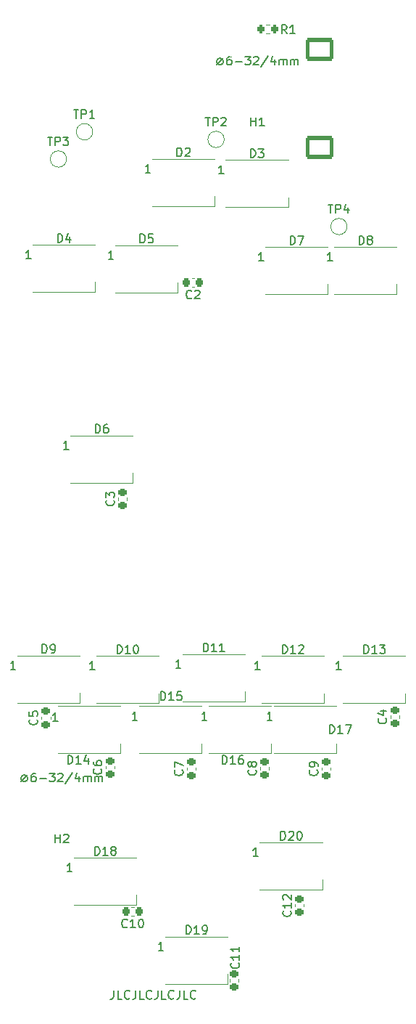
<source format=gbr>
%TF.GenerationSoftware,KiCad,Pcbnew,7.0.1*%
%TF.CreationDate,2023-04-12T19:10:25-08:00*%
%TF.ProjectId,APU ENG CRANK PANEL,41505520-454e-4472-9043-52414e4b2050,4*%
%TF.SameCoordinates,Original*%
%TF.FileFunction,Legend,Top*%
%TF.FilePolarity,Positive*%
%FSLAX46Y46*%
G04 Gerber Fmt 4.6, Leading zero omitted, Abs format (unit mm)*
G04 Created by KiCad (PCBNEW 7.0.1) date 2023-04-12 19:10:25*
%MOMM*%
%LPD*%
G01*
G04 APERTURE LIST*
G04 Aperture macros list*
%AMRoundRect*
0 Rectangle with rounded corners*
0 $1 Rounding radius*
0 $2 $3 $4 $5 $6 $7 $8 $9 X,Y pos of 4 corners*
0 Add a 4 corners polygon primitive as box body*
4,1,4,$2,$3,$4,$5,$6,$7,$8,$9,$2,$3,0*
0 Add four circle primitives for the rounded corners*
1,1,$1+$1,$2,$3*
1,1,$1+$1,$4,$5*
1,1,$1+$1,$6,$7*
1,1,$1+$1,$8,$9*
0 Add four rect primitives between the rounded corners*
20,1,$1+$1,$2,$3,$4,$5,0*
20,1,$1+$1,$4,$5,$6,$7,0*
20,1,$1+$1,$6,$7,$8,$9,0*
20,1,$1+$1,$8,$9,$2,$3,0*%
G04 Aperture macros list end*
%ADD10C,0.150000*%
%ADD11C,0.120000*%
%ADD12R,1.500000X0.900000*%
%ADD13RoundRect,0.200000X-0.200000X-0.275000X0.200000X-0.275000X0.200000X0.275000X-0.200000X0.275000X0*%
%ADD14RoundRect,0.225000X0.250000X-0.225000X0.250000X0.225000X-0.250000X0.225000X-0.250000X-0.225000X0*%
%ADD15RoundRect,0.225000X0.225000X0.250000X-0.225000X0.250000X-0.225000X-0.250000X0.225000X-0.250000X0*%
%ADD16C,12.700000*%
%ADD17C,4.300000*%
%ADD18C,1.500000*%
%ADD19RoundRect,0.250001X-1.399999X1.099999X-1.399999X-1.099999X1.399999X-1.099999X1.399999X1.099999X0*%
%ADD20O,3.300000X2.700000*%
%ADD21R,1.800000X1.800000*%
%ADD22C,1.800000*%
G04 APERTURE END LIST*
D10*
X158099951Y-158086819D02*
X158099951Y-158801104D01*
X158099951Y-158801104D02*
X158052332Y-158943961D01*
X158052332Y-158943961D02*
X157957094Y-159039200D01*
X157957094Y-159039200D02*
X157814237Y-159086819D01*
X157814237Y-159086819D02*
X157718999Y-159086819D01*
X159052332Y-159086819D02*
X158576142Y-159086819D01*
X158576142Y-159086819D02*
X158576142Y-158086819D01*
X159957094Y-158991580D02*
X159909475Y-159039200D01*
X159909475Y-159039200D02*
X159766618Y-159086819D01*
X159766618Y-159086819D02*
X159671380Y-159086819D01*
X159671380Y-159086819D02*
X159528523Y-159039200D01*
X159528523Y-159039200D02*
X159433285Y-158943961D01*
X159433285Y-158943961D02*
X159385666Y-158848723D01*
X159385666Y-158848723D02*
X159338047Y-158658247D01*
X159338047Y-158658247D02*
X159338047Y-158515390D01*
X159338047Y-158515390D02*
X159385666Y-158324914D01*
X159385666Y-158324914D02*
X159433285Y-158229676D01*
X159433285Y-158229676D02*
X159528523Y-158134438D01*
X159528523Y-158134438D02*
X159671380Y-158086819D01*
X159671380Y-158086819D02*
X159766618Y-158086819D01*
X159766618Y-158086819D02*
X159909475Y-158134438D01*
X159909475Y-158134438D02*
X159957094Y-158182057D01*
X160671380Y-158086819D02*
X160671380Y-158801104D01*
X160671380Y-158801104D02*
X160623761Y-158943961D01*
X160623761Y-158943961D02*
X160528523Y-159039200D01*
X160528523Y-159039200D02*
X160385666Y-159086819D01*
X160385666Y-159086819D02*
X160290428Y-159086819D01*
X161623761Y-159086819D02*
X161147571Y-159086819D01*
X161147571Y-159086819D02*
X161147571Y-158086819D01*
X162528523Y-158991580D02*
X162480904Y-159039200D01*
X162480904Y-159039200D02*
X162338047Y-159086819D01*
X162338047Y-159086819D02*
X162242809Y-159086819D01*
X162242809Y-159086819D02*
X162099952Y-159039200D01*
X162099952Y-159039200D02*
X162004714Y-158943961D01*
X162004714Y-158943961D02*
X161957095Y-158848723D01*
X161957095Y-158848723D02*
X161909476Y-158658247D01*
X161909476Y-158658247D02*
X161909476Y-158515390D01*
X161909476Y-158515390D02*
X161957095Y-158324914D01*
X161957095Y-158324914D02*
X162004714Y-158229676D01*
X162004714Y-158229676D02*
X162099952Y-158134438D01*
X162099952Y-158134438D02*
X162242809Y-158086819D01*
X162242809Y-158086819D02*
X162338047Y-158086819D01*
X162338047Y-158086819D02*
X162480904Y-158134438D01*
X162480904Y-158134438D02*
X162528523Y-158182057D01*
X163242809Y-158086819D02*
X163242809Y-158801104D01*
X163242809Y-158801104D02*
X163195190Y-158943961D01*
X163195190Y-158943961D02*
X163099952Y-159039200D01*
X163099952Y-159039200D02*
X162957095Y-159086819D01*
X162957095Y-159086819D02*
X162861857Y-159086819D01*
X164195190Y-159086819D02*
X163719000Y-159086819D01*
X163719000Y-159086819D02*
X163719000Y-158086819D01*
X165099952Y-158991580D02*
X165052333Y-159039200D01*
X165052333Y-159039200D02*
X164909476Y-159086819D01*
X164909476Y-159086819D02*
X164814238Y-159086819D01*
X164814238Y-159086819D02*
X164671381Y-159039200D01*
X164671381Y-159039200D02*
X164576143Y-158943961D01*
X164576143Y-158943961D02*
X164528524Y-158848723D01*
X164528524Y-158848723D02*
X164480905Y-158658247D01*
X164480905Y-158658247D02*
X164480905Y-158515390D01*
X164480905Y-158515390D02*
X164528524Y-158324914D01*
X164528524Y-158324914D02*
X164576143Y-158229676D01*
X164576143Y-158229676D02*
X164671381Y-158134438D01*
X164671381Y-158134438D02*
X164814238Y-158086819D01*
X164814238Y-158086819D02*
X164909476Y-158086819D01*
X164909476Y-158086819D02*
X165052333Y-158134438D01*
X165052333Y-158134438D02*
X165099952Y-158182057D01*
X165814238Y-158086819D02*
X165814238Y-158801104D01*
X165814238Y-158801104D02*
X165766619Y-158943961D01*
X165766619Y-158943961D02*
X165671381Y-159039200D01*
X165671381Y-159039200D02*
X165528524Y-159086819D01*
X165528524Y-159086819D02*
X165433286Y-159086819D01*
X166766619Y-159086819D02*
X166290429Y-159086819D01*
X166290429Y-159086819D02*
X166290429Y-158086819D01*
X167671381Y-158991580D02*
X167623762Y-159039200D01*
X167623762Y-159039200D02*
X167480905Y-159086819D01*
X167480905Y-159086819D02*
X167385667Y-159086819D01*
X167385667Y-159086819D02*
X167242810Y-159039200D01*
X167242810Y-159039200D02*
X167147572Y-158943961D01*
X167147572Y-158943961D02*
X167099953Y-158848723D01*
X167099953Y-158848723D02*
X167052334Y-158658247D01*
X167052334Y-158658247D02*
X167052334Y-158515390D01*
X167052334Y-158515390D02*
X167099953Y-158324914D01*
X167099953Y-158324914D02*
X167147572Y-158229676D01*
X167147572Y-158229676D02*
X167242810Y-158134438D01*
X167242810Y-158134438D02*
X167385667Y-158086819D01*
X167385667Y-158086819D02*
X167480905Y-158086819D01*
X167480905Y-158086819D02*
X167623762Y-158134438D01*
X167623762Y-158134438D02*
X167671381Y-158182057D01*
%TO.C,D2*%
X165493305Y-60869219D02*
X165493305Y-59869219D01*
X165493305Y-59869219D02*
X165731400Y-59869219D01*
X165731400Y-59869219D02*
X165874257Y-59916838D01*
X165874257Y-59916838D02*
X165969495Y-60012076D01*
X165969495Y-60012076D02*
X166017114Y-60107314D01*
X166017114Y-60107314D02*
X166064733Y-60297790D01*
X166064733Y-60297790D02*
X166064733Y-60440647D01*
X166064733Y-60440647D02*
X166017114Y-60631123D01*
X166017114Y-60631123D02*
X165969495Y-60726361D01*
X165969495Y-60726361D02*
X165874257Y-60821600D01*
X165874257Y-60821600D02*
X165731400Y-60869219D01*
X165731400Y-60869219D02*
X165493305Y-60869219D01*
X166445686Y-59964457D02*
X166493305Y-59916838D01*
X166493305Y-59916838D02*
X166588543Y-59869219D01*
X166588543Y-59869219D02*
X166826638Y-59869219D01*
X166826638Y-59869219D02*
X166921876Y-59916838D01*
X166921876Y-59916838D02*
X166969495Y-59964457D01*
X166969495Y-59964457D02*
X167017114Y-60059695D01*
X167017114Y-60059695D02*
X167017114Y-60154933D01*
X167017114Y-60154933D02*
X166969495Y-60297790D01*
X166969495Y-60297790D02*
X166398067Y-60869219D01*
X166398067Y-60869219D02*
X167017114Y-60869219D01*
X162367114Y-62769219D02*
X161795686Y-62769219D01*
X162081400Y-62769219D02*
X162081400Y-61769219D01*
X162081400Y-61769219D02*
X161986162Y-61912076D01*
X161986162Y-61912076D02*
X161890924Y-62007314D01*
X161890924Y-62007314D02*
X161795686Y-62054933D01*
%TO.C,D3*%
X174090105Y-60996019D02*
X174090105Y-59996019D01*
X174090105Y-59996019D02*
X174328200Y-59996019D01*
X174328200Y-59996019D02*
X174471057Y-60043638D01*
X174471057Y-60043638D02*
X174566295Y-60138876D01*
X174566295Y-60138876D02*
X174613914Y-60234114D01*
X174613914Y-60234114D02*
X174661533Y-60424590D01*
X174661533Y-60424590D02*
X174661533Y-60567447D01*
X174661533Y-60567447D02*
X174613914Y-60757923D01*
X174613914Y-60757923D02*
X174566295Y-60853161D01*
X174566295Y-60853161D02*
X174471057Y-60948400D01*
X174471057Y-60948400D02*
X174328200Y-60996019D01*
X174328200Y-60996019D02*
X174090105Y-60996019D01*
X174994867Y-59996019D02*
X175613914Y-59996019D01*
X175613914Y-59996019D02*
X175280581Y-60376971D01*
X175280581Y-60376971D02*
X175423438Y-60376971D01*
X175423438Y-60376971D02*
X175518676Y-60424590D01*
X175518676Y-60424590D02*
X175566295Y-60472209D01*
X175566295Y-60472209D02*
X175613914Y-60567447D01*
X175613914Y-60567447D02*
X175613914Y-60805542D01*
X175613914Y-60805542D02*
X175566295Y-60900780D01*
X175566295Y-60900780D02*
X175518676Y-60948400D01*
X175518676Y-60948400D02*
X175423438Y-60996019D01*
X175423438Y-60996019D02*
X175137724Y-60996019D01*
X175137724Y-60996019D02*
X175042486Y-60948400D01*
X175042486Y-60948400D02*
X174994867Y-60900780D01*
X170963914Y-62896019D02*
X170392486Y-62896019D01*
X170678200Y-62896019D02*
X170678200Y-61896019D01*
X170678200Y-61896019D02*
X170582962Y-62038876D01*
X170582962Y-62038876D02*
X170487724Y-62134114D01*
X170487724Y-62134114D02*
X170392486Y-62181733D01*
%TO.C,D4*%
X151546505Y-70876419D02*
X151546505Y-69876419D01*
X151546505Y-69876419D02*
X151784600Y-69876419D01*
X151784600Y-69876419D02*
X151927457Y-69924038D01*
X151927457Y-69924038D02*
X152022695Y-70019276D01*
X152022695Y-70019276D02*
X152070314Y-70114514D01*
X152070314Y-70114514D02*
X152117933Y-70304990D01*
X152117933Y-70304990D02*
X152117933Y-70447847D01*
X152117933Y-70447847D02*
X152070314Y-70638323D01*
X152070314Y-70638323D02*
X152022695Y-70733561D01*
X152022695Y-70733561D02*
X151927457Y-70828800D01*
X151927457Y-70828800D02*
X151784600Y-70876419D01*
X151784600Y-70876419D02*
X151546505Y-70876419D01*
X152975076Y-70209752D02*
X152975076Y-70876419D01*
X152736981Y-69828800D02*
X152498886Y-70543085D01*
X152498886Y-70543085D02*
X153117933Y-70543085D01*
X148420314Y-72776419D02*
X147848886Y-72776419D01*
X148134600Y-72776419D02*
X148134600Y-71776419D01*
X148134600Y-71776419D02*
X148039362Y-71919276D01*
X148039362Y-71919276D02*
X147944124Y-72014514D01*
X147944124Y-72014514D02*
X147848886Y-72062133D01*
%TO.C,D5*%
X161186905Y-70927219D02*
X161186905Y-69927219D01*
X161186905Y-69927219D02*
X161425000Y-69927219D01*
X161425000Y-69927219D02*
X161567857Y-69974838D01*
X161567857Y-69974838D02*
X161663095Y-70070076D01*
X161663095Y-70070076D02*
X161710714Y-70165314D01*
X161710714Y-70165314D02*
X161758333Y-70355790D01*
X161758333Y-70355790D02*
X161758333Y-70498647D01*
X161758333Y-70498647D02*
X161710714Y-70689123D01*
X161710714Y-70689123D02*
X161663095Y-70784361D01*
X161663095Y-70784361D02*
X161567857Y-70879600D01*
X161567857Y-70879600D02*
X161425000Y-70927219D01*
X161425000Y-70927219D02*
X161186905Y-70927219D01*
X162663095Y-69927219D02*
X162186905Y-69927219D01*
X162186905Y-69927219D02*
X162139286Y-70403409D01*
X162139286Y-70403409D02*
X162186905Y-70355790D01*
X162186905Y-70355790D02*
X162282143Y-70308171D01*
X162282143Y-70308171D02*
X162520238Y-70308171D01*
X162520238Y-70308171D02*
X162615476Y-70355790D01*
X162615476Y-70355790D02*
X162663095Y-70403409D01*
X162663095Y-70403409D02*
X162710714Y-70498647D01*
X162710714Y-70498647D02*
X162710714Y-70736742D01*
X162710714Y-70736742D02*
X162663095Y-70831980D01*
X162663095Y-70831980D02*
X162615476Y-70879600D01*
X162615476Y-70879600D02*
X162520238Y-70927219D01*
X162520238Y-70927219D02*
X162282143Y-70927219D01*
X162282143Y-70927219D02*
X162186905Y-70879600D01*
X162186905Y-70879600D02*
X162139286Y-70831980D01*
X158060714Y-72827219D02*
X157489286Y-72827219D01*
X157775000Y-72827219D02*
X157775000Y-71827219D01*
X157775000Y-71827219D02*
X157679762Y-71970076D01*
X157679762Y-71970076D02*
X157584524Y-72065314D01*
X157584524Y-72065314D02*
X157489286Y-72112933D01*
%TO.C,D7*%
X178724505Y-71130419D02*
X178724505Y-70130419D01*
X178724505Y-70130419D02*
X178962600Y-70130419D01*
X178962600Y-70130419D02*
X179105457Y-70178038D01*
X179105457Y-70178038D02*
X179200695Y-70273276D01*
X179200695Y-70273276D02*
X179248314Y-70368514D01*
X179248314Y-70368514D02*
X179295933Y-70558990D01*
X179295933Y-70558990D02*
X179295933Y-70701847D01*
X179295933Y-70701847D02*
X179248314Y-70892323D01*
X179248314Y-70892323D02*
X179200695Y-70987561D01*
X179200695Y-70987561D02*
X179105457Y-71082800D01*
X179105457Y-71082800D02*
X178962600Y-71130419D01*
X178962600Y-71130419D02*
X178724505Y-71130419D01*
X179629267Y-70130419D02*
X180295933Y-70130419D01*
X180295933Y-70130419D02*
X179867362Y-71130419D01*
X175598314Y-73030419D02*
X175026886Y-73030419D01*
X175312600Y-73030419D02*
X175312600Y-72030419D01*
X175312600Y-72030419D02*
X175217362Y-72173276D01*
X175217362Y-72173276D02*
X175122124Y-72268514D01*
X175122124Y-72268514D02*
X175026886Y-72316133D01*
%TO.C,D8*%
X186778505Y-71130419D02*
X186778505Y-70130419D01*
X186778505Y-70130419D02*
X187016600Y-70130419D01*
X187016600Y-70130419D02*
X187159457Y-70178038D01*
X187159457Y-70178038D02*
X187254695Y-70273276D01*
X187254695Y-70273276D02*
X187302314Y-70368514D01*
X187302314Y-70368514D02*
X187349933Y-70558990D01*
X187349933Y-70558990D02*
X187349933Y-70701847D01*
X187349933Y-70701847D02*
X187302314Y-70892323D01*
X187302314Y-70892323D02*
X187254695Y-70987561D01*
X187254695Y-70987561D02*
X187159457Y-71082800D01*
X187159457Y-71082800D02*
X187016600Y-71130419D01*
X187016600Y-71130419D02*
X186778505Y-71130419D01*
X187921362Y-70558990D02*
X187826124Y-70511371D01*
X187826124Y-70511371D02*
X187778505Y-70463752D01*
X187778505Y-70463752D02*
X187730886Y-70368514D01*
X187730886Y-70368514D02*
X187730886Y-70320895D01*
X187730886Y-70320895D02*
X187778505Y-70225657D01*
X187778505Y-70225657D02*
X187826124Y-70178038D01*
X187826124Y-70178038D02*
X187921362Y-70130419D01*
X187921362Y-70130419D02*
X188111838Y-70130419D01*
X188111838Y-70130419D02*
X188207076Y-70178038D01*
X188207076Y-70178038D02*
X188254695Y-70225657D01*
X188254695Y-70225657D02*
X188302314Y-70320895D01*
X188302314Y-70320895D02*
X188302314Y-70368514D01*
X188302314Y-70368514D02*
X188254695Y-70463752D01*
X188254695Y-70463752D02*
X188207076Y-70511371D01*
X188207076Y-70511371D02*
X188111838Y-70558990D01*
X188111838Y-70558990D02*
X187921362Y-70558990D01*
X187921362Y-70558990D02*
X187826124Y-70606609D01*
X187826124Y-70606609D02*
X187778505Y-70654228D01*
X187778505Y-70654228D02*
X187730886Y-70749466D01*
X187730886Y-70749466D02*
X187730886Y-70939942D01*
X187730886Y-70939942D02*
X187778505Y-71035180D01*
X187778505Y-71035180D02*
X187826124Y-71082800D01*
X187826124Y-71082800D02*
X187921362Y-71130419D01*
X187921362Y-71130419D02*
X188111838Y-71130419D01*
X188111838Y-71130419D02*
X188207076Y-71082800D01*
X188207076Y-71082800D02*
X188254695Y-71035180D01*
X188254695Y-71035180D02*
X188302314Y-70939942D01*
X188302314Y-70939942D02*
X188302314Y-70749466D01*
X188302314Y-70749466D02*
X188254695Y-70654228D01*
X188254695Y-70654228D02*
X188207076Y-70606609D01*
X188207076Y-70606609D02*
X188111838Y-70558990D01*
X183652314Y-73030419D02*
X183080886Y-73030419D01*
X183366600Y-73030419D02*
X183366600Y-72030419D01*
X183366600Y-72030419D02*
X183271362Y-72173276D01*
X183271362Y-72173276D02*
X183176124Y-72268514D01*
X183176124Y-72268514D02*
X183080886Y-72316133D01*
%TO.C,D9*%
X149743105Y-118754619D02*
X149743105Y-117754619D01*
X149743105Y-117754619D02*
X149981200Y-117754619D01*
X149981200Y-117754619D02*
X150124057Y-117802238D01*
X150124057Y-117802238D02*
X150219295Y-117897476D01*
X150219295Y-117897476D02*
X150266914Y-117992714D01*
X150266914Y-117992714D02*
X150314533Y-118183190D01*
X150314533Y-118183190D02*
X150314533Y-118326047D01*
X150314533Y-118326047D02*
X150266914Y-118516523D01*
X150266914Y-118516523D02*
X150219295Y-118611761D01*
X150219295Y-118611761D02*
X150124057Y-118707000D01*
X150124057Y-118707000D02*
X149981200Y-118754619D01*
X149981200Y-118754619D02*
X149743105Y-118754619D01*
X150790724Y-118754619D02*
X150981200Y-118754619D01*
X150981200Y-118754619D02*
X151076438Y-118707000D01*
X151076438Y-118707000D02*
X151124057Y-118659380D01*
X151124057Y-118659380D02*
X151219295Y-118516523D01*
X151219295Y-118516523D02*
X151266914Y-118326047D01*
X151266914Y-118326047D02*
X151266914Y-117945095D01*
X151266914Y-117945095D02*
X151219295Y-117849857D01*
X151219295Y-117849857D02*
X151171676Y-117802238D01*
X151171676Y-117802238D02*
X151076438Y-117754619D01*
X151076438Y-117754619D02*
X150885962Y-117754619D01*
X150885962Y-117754619D02*
X150790724Y-117802238D01*
X150790724Y-117802238D02*
X150743105Y-117849857D01*
X150743105Y-117849857D02*
X150695486Y-117945095D01*
X150695486Y-117945095D02*
X150695486Y-118183190D01*
X150695486Y-118183190D02*
X150743105Y-118278428D01*
X150743105Y-118278428D02*
X150790724Y-118326047D01*
X150790724Y-118326047D02*
X150885962Y-118373666D01*
X150885962Y-118373666D02*
X151076438Y-118373666D01*
X151076438Y-118373666D02*
X151171676Y-118326047D01*
X151171676Y-118326047D02*
X151219295Y-118278428D01*
X151219295Y-118278428D02*
X151266914Y-118183190D01*
X146616914Y-120654619D02*
X146045486Y-120654619D01*
X146331200Y-120654619D02*
X146331200Y-119654619D01*
X146331200Y-119654619D02*
X146235962Y-119797476D01*
X146235962Y-119797476D02*
X146140724Y-119892714D01*
X146140724Y-119892714D02*
X146045486Y-119940333D01*
%TO.C,D10*%
X158512514Y-118805419D02*
X158512514Y-117805419D01*
X158512514Y-117805419D02*
X158750609Y-117805419D01*
X158750609Y-117805419D02*
X158893466Y-117853038D01*
X158893466Y-117853038D02*
X158988704Y-117948276D01*
X158988704Y-117948276D02*
X159036323Y-118043514D01*
X159036323Y-118043514D02*
X159083942Y-118233990D01*
X159083942Y-118233990D02*
X159083942Y-118376847D01*
X159083942Y-118376847D02*
X159036323Y-118567323D01*
X159036323Y-118567323D02*
X158988704Y-118662561D01*
X158988704Y-118662561D02*
X158893466Y-118757800D01*
X158893466Y-118757800D02*
X158750609Y-118805419D01*
X158750609Y-118805419D02*
X158512514Y-118805419D01*
X160036323Y-118805419D02*
X159464895Y-118805419D01*
X159750609Y-118805419D02*
X159750609Y-117805419D01*
X159750609Y-117805419D02*
X159655371Y-117948276D01*
X159655371Y-117948276D02*
X159560133Y-118043514D01*
X159560133Y-118043514D02*
X159464895Y-118091133D01*
X160655371Y-117805419D02*
X160750609Y-117805419D01*
X160750609Y-117805419D02*
X160845847Y-117853038D01*
X160845847Y-117853038D02*
X160893466Y-117900657D01*
X160893466Y-117900657D02*
X160941085Y-117995895D01*
X160941085Y-117995895D02*
X160988704Y-118186371D01*
X160988704Y-118186371D02*
X160988704Y-118424466D01*
X160988704Y-118424466D02*
X160941085Y-118614942D01*
X160941085Y-118614942D02*
X160893466Y-118710180D01*
X160893466Y-118710180D02*
X160845847Y-118757800D01*
X160845847Y-118757800D02*
X160750609Y-118805419D01*
X160750609Y-118805419D02*
X160655371Y-118805419D01*
X160655371Y-118805419D02*
X160560133Y-118757800D01*
X160560133Y-118757800D02*
X160512514Y-118710180D01*
X160512514Y-118710180D02*
X160464895Y-118614942D01*
X160464895Y-118614942D02*
X160417276Y-118424466D01*
X160417276Y-118424466D02*
X160417276Y-118186371D01*
X160417276Y-118186371D02*
X160464895Y-117995895D01*
X160464895Y-117995895D02*
X160512514Y-117900657D01*
X160512514Y-117900657D02*
X160560133Y-117853038D01*
X160560133Y-117853038D02*
X160655371Y-117805419D01*
X155862514Y-120705419D02*
X155291086Y-120705419D01*
X155576800Y-120705419D02*
X155576800Y-119705419D01*
X155576800Y-119705419D02*
X155481562Y-119848276D01*
X155481562Y-119848276D02*
X155386324Y-119943514D01*
X155386324Y-119943514D02*
X155291086Y-119991133D01*
%TO.C,D11*%
X168570914Y-118602219D02*
X168570914Y-117602219D01*
X168570914Y-117602219D02*
X168809009Y-117602219D01*
X168809009Y-117602219D02*
X168951866Y-117649838D01*
X168951866Y-117649838D02*
X169047104Y-117745076D01*
X169047104Y-117745076D02*
X169094723Y-117840314D01*
X169094723Y-117840314D02*
X169142342Y-118030790D01*
X169142342Y-118030790D02*
X169142342Y-118173647D01*
X169142342Y-118173647D02*
X169094723Y-118364123D01*
X169094723Y-118364123D02*
X169047104Y-118459361D01*
X169047104Y-118459361D02*
X168951866Y-118554600D01*
X168951866Y-118554600D02*
X168809009Y-118602219D01*
X168809009Y-118602219D02*
X168570914Y-118602219D01*
X170094723Y-118602219D02*
X169523295Y-118602219D01*
X169809009Y-118602219D02*
X169809009Y-117602219D01*
X169809009Y-117602219D02*
X169713771Y-117745076D01*
X169713771Y-117745076D02*
X169618533Y-117840314D01*
X169618533Y-117840314D02*
X169523295Y-117887933D01*
X171047104Y-118602219D02*
X170475676Y-118602219D01*
X170761390Y-118602219D02*
X170761390Y-117602219D01*
X170761390Y-117602219D02*
X170666152Y-117745076D01*
X170666152Y-117745076D02*
X170570914Y-117840314D01*
X170570914Y-117840314D02*
X170475676Y-117887933D01*
X165920914Y-120502219D02*
X165349486Y-120502219D01*
X165635200Y-120502219D02*
X165635200Y-119502219D01*
X165635200Y-119502219D02*
X165539962Y-119645076D01*
X165539962Y-119645076D02*
X165444724Y-119740314D01*
X165444724Y-119740314D02*
X165349486Y-119787933D01*
%TO.C,D12*%
X177816514Y-118805419D02*
X177816514Y-117805419D01*
X177816514Y-117805419D02*
X178054609Y-117805419D01*
X178054609Y-117805419D02*
X178197466Y-117853038D01*
X178197466Y-117853038D02*
X178292704Y-117948276D01*
X178292704Y-117948276D02*
X178340323Y-118043514D01*
X178340323Y-118043514D02*
X178387942Y-118233990D01*
X178387942Y-118233990D02*
X178387942Y-118376847D01*
X178387942Y-118376847D02*
X178340323Y-118567323D01*
X178340323Y-118567323D02*
X178292704Y-118662561D01*
X178292704Y-118662561D02*
X178197466Y-118757800D01*
X178197466Y-118757800D02*
X178054609Y-118805419D01*
X178054609Y-118805419D02*
X177816514Y-118805419D01*
X179340323Y-118805419D02*
X178768895Y-118805419D01*
X179054609Y-118805419D02*
X179054609Y-117805419D01*
X179054609Y-117805419D02*
X178959371Y-117948276D01*
X178959371Y-117948276D02*
X178864133Y-118043514D01*
X178864133Y-118043514D02*
X178768895Y-118091133D01*
X179721276Y-117900657D02*
X179768895Y-117853038D01*
X179768895Y-117853038D02*
X179864133Y-117805419D01*
X179864133Y-117805419D02*
X180102228Y-117805419D01*
X180102228Y-117805419D02*
X180197466Y-117853038D01*
X180197466Y-117853038D02*
X180245085Y-117900657D01*
X180245085Y-117900657D02*
X180292704Y-117995895D01*
X180292704Y-117995895D02*
X180292704Y-118091133D01*
X180292704Y-118091133D02*
X180245085Y-118233990D01*
X180245085Y-118233990D02*
X179673657Y-118805419D01*
X179673657Y-118805419D02*
X180292704Y-118805419D01*
X175166514Y-120705419D02*
X174595086Y-120705419D01*
X174880800Y-120705419D02*
X174880800Y-119705419D01*
X174880800Y-119705419D02*
X174785562Y-119848276D01*
X174785562Y-119848276D02*
X174690324Y-119943514D01*
X174690324Y-119943514D02*
X174595086Y-119991133D01*
%TO.C,D13*%
X187316114Y-118805419D02*
X187316114Y-117805419D01*
X187316114Y-117805419D02*
X187554209Y-117805419D01*
X187554209Y-117805419D02*
X187697066Y-117853038D01*
X187697066Y-117853038D02*
X187792304Y-117948276D01*
X187792304Y-117948276D02*
X187839923Y-118043514D01*
X187839923Y-118043514D02*
X187887542Y-118233990D01*
X187887542Y-118233990D02*
X187887542Y-118376847D01*
X187887542Y-118376847D02*
X187839923Y-118567323D01*
X187839923Y-118567323D02*
X187792304Y-118662561D01*
X187792304Y-118662561D02*
X187697066Y-118757800D01*
X187697066Y-118757800D02*
X187554209Y-118805419D01*
X187554209Y-118805419D02*
X187316114Y-118805419D01*
X188839923Y-118805419D02*
X188268495Y-118805419D01*
X188554209Y-118805419D02*
X188554209Y-117805419D01*
X188554209Y-117805419D02*
X188458971Y-117948276D01*
X188458971Y-117948276D02*
X188363733Y-118043514D01*
X188363733Y-118043514D02*
X188268495Y-118091133D01*
X189173257Y-117805419D02*
X189792304Y-117805419D01*
X189792304Y-117805419D02*
X189458971Y-118186371D01*
X189458971Y-118186371D02*
X189601828Y-118186371D01*
X189601828Y-118186371D02*
X189697066Y-118233990D01*
X189697066Y-118233990D02*
X189744685Y-118281609D01*
X189744685Y-118281609D02*
X189792304Y-118376847D01*
X189792304Y-118376847D02*
X189792304Y-118614942D01*
X189792304Y-118614942D02*
X189744685Y-118710180D01*
X189744685Y-118710180D02*
X189697066Y-118757800D01*
X189697066Y-118757800D02*
X189601828Y-118805419D01*
X189601828Y-118805419D02*
X189316114Y-118805419D01*
X189316114Y-118805419D02*
X189220876Y-118757800D01*
X189220876Y-118757800D02*
X189173257Y-118710180D01*
X184666114Y-120705419D02*
X184094686Y-120705419D01*
X184380400Y-120705419D02*
X184380400Y-119705419D01*
X184380400Y-119705419D02*
X184285162Y-119848276D01*
X184285162Y-119848276D02*
X184189924Y-119943514D01*
X184189924Y-119943514D02*
X184094686Y-119991133D01*
%TO.C,D14*%
X152735114Y-131679019D02*
X152735114Y-130679019D01*
X152735114Y-130679019D02*
X152973209Y-130679019D01*
X152973209Y-130679019D02*
X153116066Y-130726638D01*
X153116066Y-130726638D02*
X153211304Y-130821876D01*
X153211304Y-130821876D02*
X153258923Y-130917114D01*
X153258923Y-130917114D02*
X153306542Y-131107590D01*
X153306542Y-131107590D02*
X153306542Y-131250447D01*
X153306542Y-131250447D02*
X153258923Y-131440923D01*
X153258923Y-131440923D02*
X153211304Y-131536161D01*
X153211304Y-131536161D02*
X153116066Y-131631400D01*
X153116066Y-131631400D02*
X152973209Y-131679019D01*
X152973209Y-131679019D02*
X152735114Y-131679019D01*
X154258923Y-131679019D02*
X153687495Y-131679019D01*
X153973209Y-131679019D02*
X153973209Y-130679019D01*
X153973209Y-130679019D02*
X153877971Y-130821876D01*
X153877971Y-130821876D02*
X153782733Y-130917114D01*
X153782733Y-130917114D02*
X153687495Y-130964733D01*
X155116066Y-131012352D02*
X155116066Y-131679019D01*
X154877971Y-130631400D02*
X154639876Y-131345685D01*
X154639876Y-131345685D02*
X155258923Y-131345685D01*
X151568114Y-126700619D02*
X150996686Y-126700619D01*
X151282400Y-126700619D02*
X151282400Y-125700619D01*
X151282400Y-125700619D02*
X151187162Y-125843476D01*
X151187162Y-125843476D02*
X151091924Y-125938714D01*
X151091924Y-125938714D02*
X150996686Y-125986333D01*
%TO.C,D15*%
X163567114Y-124261219D02*
X163567114Y-123261219D01*
X163567114Y-123261219D02*
X163805209Y-123261219D01*
X163805209Y-123261219D02*
X163948066Y-123308838D01*
X163948066Y-123308838D02*
X164043304Y-123404076D01*
X164043304Y-123404076D02*
X164090923Y-123499314D01*
X164090923Y-123499314D02*
X164138542Y-123689790D01*
X164138542Y-123689790D02*
X164138542Y-123832647D01*
X164138542Y-123832647D02*
X164090923Y-124023123D01*
X164090923Y-124023123D02*
X164043304Y-124118361D01*
X164043304Y-124118361D02*
X163948066Y-124213600D01*
X163948066Y-124213600D02*
X163805209Y-124261219D01*
X163805209Y-124261219D02*
X163567114Y-124261219D01*
X165090923Y-124261219D02*
X164519495Y-124261219D01*
X164805209Y-124261219D02*
X164805209Y-123261219D01*
X164805209Y-123261219D02*
X164709971Y-123404076D01*
X164709971Y-123404076D02*
X164614733Y-123499314D01*
X164614733Y-123499314D02*
X164519495Y-123546933D01*
X165995685Y-123261219D02*
X165519495Y-123261219D01*
X165519495Y-123261219D02*
X165471876Y-123737409D01*
X165471876Y-123737409D02*
X165519495Y-123689790D01*
X165519495Y-123689790D02*
X165614733Y-123642171D01*
X165614733Y-123642171D02*
X165852828Y-123642171D01*
X165852828Y-123642171D02*
X165948066Y-123689790D01*
X165948066Y-123689790D02*
X165995685Y-123737409D01*
X165995685Y-123737409D02*
X166043304Y-123832647D01*
X166043304Y-123832647D02*
X166043304Y-124070742D01*
X166043304Y-124070742D02*
X165995685Y-124165980D01*
X165995685Y-124165980D02*
X165948066Y-124213600D01*
X165948066Y-124213600D02*
X165852828Y-124261219D01*
X165852828Y-124261219D02*
X165614733Y-124261219D01*
X165614733Y-124261219D02*
X165519495Y-124213600D01*
X165519495Y-124213600D02*
X165471876Y-124165980D01*
X160854714Y-126573819D02*
X160283286Y-126573819D01*
X160569000Y-126573819D02*
X160569000Y-125573819D01*
X160569000Y-125573819D02*
X160473762Y-125716676D01*
X160473762Y-125716676D02*
X160378524Y-125811914D01*
X160378524Y-125811914D02*
X160283286Y-125859533D01*
%TO.C,D16*%
X170769114Y-131704419D02*
X170769114Y-130704419D01*
X170769114Y-130704419D02*
X171007209Y-130704419D01*
X171007209Y-130704419D02*
X171150066Y-130752038D01*
X171150066Y-130752038D02*
X171245304Y-130847276D01*
X171245304Y-130847276D02*
X171292923Y-130942514D01*
X171292923Y-130942514D02*
X171340542Y-131132990D01*
X171340542Y-131132990D02*
X171340542Y-131275847D01*
X171340542Y-131275847D02*
X171292923Y-131466323D01*
X171292923Y-131466323D02*
X171245304Y-131561561D01*
X171245304Y-131561561D02*
X171150066Y-131656800D01*
X171150066Y-131656800D02*
X171007209Y-131704419D01*
X171007209Y-131704419D02*
X170769114Y-131704419D01*
X172292923Y-131704419D02*
X171721495Y-131704419D01*
X172007209Y-131704419D02*
X172007209Y-130704419D01*
X172007209Y-130704419D02*
X171911971Y-130847276D01*
X171911971Y-130847276D02*
X171816733Y-130942514D01*
X171816733Y-130942514D02*
X171721495Y-130990133D01*
X173150066Y-130704419D02*
X172959590Y-130704419D01*
X172959590Y-130704419D02*
X172864352Y-130752038D01*
X172864352Y-130752038D02*
X172816733Y-130799657D01*
X172816733Y-130799657D02*
X172721495Y-130942514D01*
X172721495Y-130942514D02*
X172673876Y-131132990D01*
X172673876Y-131132990D02*
X172673876Y-131513942D01*
X172673876Y-131513942D02*
X172721495Y-131609180D01*
X172721495Y-131609180D02*
X172769114Y-131656800D01*
X172769114Y-131656800D02*
X172864352Y-131704419D01*
X172864352Y-131704419D02*
X173054828Y-131704419D01*
X173054828Y-131704419D02*
X173150066Y-131656800D01*
X173150066Y-131656800D02*
X173197685Y-131609180D01*
X173197685Y-131609180D02*
X173245304Y-131513942D01*
X173245304Y-131513942D02*
X173245304Y-131275847D01*
X173245304Y-131275847D02*
X173197685Y-131180609D01*
X173197685Y-131180609D02*
X173150066Y-131132990D01*
X173150066Y-131132990D02*
X173054828Y-131085371D01*
X173054828Y-131085371D02*
X172864352Y-131085371D01*
X172864352Y-131085371D02*
X172769114Y-131132990D01*
X172769114Y-131132990D02*
X172721495Y-131180609D01*
X172721495Y-131180609D02*
X172673876Y-131275847D01*
X168982714Y-126573819D02*
X168411286Y-126573819D01*
X168697000Y-126573819D02*
X168697000Y-125573819D01*
X168697000Y-125573819D02*
X168601762Y-125716676D01*
X168601762Y-125716676D02*
X168506524Y-125811914D01*
X168506524Y-125811914D02*
X168411286Y-125859533D01*
%TO.C,D17*%
X183316714Y-128123019D02*
X183316714Y-127123019D01*
X183316714Y-127123019D02*
X183554809Y-127123019D01*
X183554809Y-127123019D02*
X183697666Y-127170638D01*
X183697666Y-127170638D02*
X183792904Y-127265876D01*
X183792904Y-127265876D02*
X183840523Y-127361114D01*
X183840523Y-127361114D02*
X183888142Y-127551590D01*
X183888142Y-127551590D02*
X183888142Y-127694447D01*
X183888142Y-127694447D02*
X183840523Y-127884923D01*
X183840523Y-127884923D02*
X183792904Y-127980161D01*
X183792904Y-127980161D02*
X183697666Y-128075400D01*
X183697666Y-128075400D02*
X183554809Y-128123019D01*
X183554809Y-128123019D02*
X183316714Y-128123019D01*
X184840523Y-128123019D02*
X184269095Y-128123019D01*
X184554809Y-128123019D02*
X184554809Y-127123019D01*
X184554809Y-127123019D02*
X184459571Y-127265876D01*
X184459571Y-127265876D02*
X184364333Y-127361114D01*
X184364333Y-127361114D02*
X184269095Y-127408733D01*
X185173857Y-127123019D02*
X185840523Y-127123019D01*
X185840523Y-127123019D02*
X185411952Y-128123019D01*
X176602714Y-126573819D02*
X176031286Y-126573819D01*
X176317000Y-126573819D02*
X176317000Y-125573819D01*
X176317000Y-125573819D02*
X176221762Y-125716676D01*
X176221762Y-125716676D02*
X176126524Y-125811914D01*
X176126524Y-125811914D02*
X176031286Y-125859533D01*
%TO.C,D20*%
X177601714Y-140548819D02*
X177601714Y-139548819D01*
X177601714Y-139548819D02*
X177839809Y-139548819D01*
X177839809Y-139548819D02*
X177982666Y-139596438D01*
X177982666Y-139596438D02*
X178077904Y-139691676D01*
X178077904Y-139691676D02*
X178125523Y-139786914D01*
X178125523Y-139786914D02*
X178173142Y-139977390D01*
X178173142Y-139977390D02*
X178173142Y-140120247D01*
X178173142Y-140120247D02*
X178125523Y-140310723D01*
X178125523Y-140310723D02*
X178077904Y-140405961D01*
X178077904Y-140405961D02*
X177982666Y-140501200D01*
X177982666Y-140501200D02*
X177839809Y-140548819D01*
X177839809Y-140548819D02*
X177601714Y-140548819D01*
X178554095Y-139644057D02*
X178601714Y-139596438D01*
X178601714Y-139596438D02*
X178696952Y-139548819D01*
X178696952Y-139548819D02*
X178935047Y-139548819D01*
X178935047Y-139548819D02*
X179030285Y-139596438D01*
X179030285Y-139596438D02*
X179077904Y-139644057D01*
X179077904Y-139644057D02*
X179125523Y-139739295D01*
X179125523Y-139739295D02*
X179125523Y-139834533D01*
X179125523Y-139834533D02*
X179077904Y-139977390D01*
X179077904Y-139977390D02*
X178506476Y-140548819D01*
X178506476Y-140548819D02*
X179125523Y-140548819D01*
X179744571Y-139548819D02*
X179839809Y-139548819D01*
X179839809Y-139548819D02*
X179935047Y-139596438D01*
X179935047Y-139596438D02*
X179982666Y-139644057D01*
X179982666Y-139644057D02*
X180030285Y-139739295D01*
X180030285Y-139739295D02*
X180077904Y-139929771D01*
X180077904Y-139929771D02*
X180077904Y-140167866D01*
X180077904Y-140167866D02*
X180030285Y-140358342D01*
X180030285Y-140358342D02*
X179982666Y-140453580D01*
X179982666Y-140453580D02*
X179935047Y-140501200D01*
X179935047Y-140501200D02*
X179839809Y-140548819D01*
X179839809Y-140548819D02*
X179744571Y-140548819D01*
X179744571Y-140548819D02*
X179649333Y-140501200D01*
X179649333Y-140501200D02*
X179601714Y-140453580D01*
X179601714Y-140453580D02*
X179554095Y-140358342D01*
X179554095Y-140358342D02*
X179506476Y-140167866D01*
X179506476Y-140167866D02*
X179506476Y-139929771D01*
X179506476Y-139929771D02*
X179554095Y-139739295D01*
X179554095Y-139739295D02*
X179601714Y-139644057D01*
X179601714Y-139644057D02*
X179649333Y-139596438D01*
X179649333Y-139596438D02*
X179744571Y-139548819D01*
X174951714Y-142448819D02*
X174380286Y-142448819D01*
X174666000Y-142448819D02*
X174666000Y-141448819D01*
X174666000Y-141448819D02*
X174570762Y-141591676D01*
X174570762Y-141591676D02*
X174475524Y-141686914D01*
X174475524Y-141686914D02*
X174380286Y-141734533D01*
%TO.C,D18*%
X155884714Y-142326819D02*
X155884714Y-141326819D01*
X155884714Y-141326819D02*
X156122809Y-141326819D01*
X156122809Y-141326819D02*
X156265666Y-141374438D01*
X156265666Y-141374438D02*
X156360904Y-141469676D01*
X156360904Y-141469676D02*
X156408523Y-141564914D01*
X156408523Y-141564914D02*
X156456142Y-141755390D01*
X156456142Y-141755390D02*
X156456142Y-141898247D01*
X156456142Y-141898247D02*
X156408523Y-142088723D01*
X156408523Y-142088723D02*
X156360904Y-142183961D01*
X156360904Y-142183961D02*
X156265666Y-142279200D01*
X156265666Y-142279200D02*
X156122809Y-142326819D01*
X156122809Y-142326819D02*
X155884714Y-142326819D01*
X157408523Y-142326819D02*
X156837095Y-142326819D01*
X157122809Y-142326819D02*
X157122809Y-141326819D01*
X157122809Y-141326819D02*
X157027571Y-141469676D01*
X157027571Y-141469676D02*
X156932333Y-141564914D01*
X156932333Y-141564914D02*
X156837095Y-141612533D01*
X157979952Y-141755390D02*
X157884714Y-141707771D01*
X157884714Y-141707771D02*
X157837095Y-141660152D01*
X157837095Y-141660152D02*
X157789476Y-141564914D01*
X157789476Y-141564914D02*
X157789476Y-141517295D01*
X157789476Y-141517295D02*
X157837095Y-141422057D01*
X157837095Y-141422057D02*
X157884714Y-141374438D01*
X157884714Y-141374438D02*
X157979952Y-141326819D01*
X157979952Y-141326819D02*
X158170428Y-141326819D01*
X158170428Y-141326819D02*
X158265666Y-141374438D01*
X158265666Y-141374438D02*
X158313285Y-141422057D01*
X158313285Y-141422057D02*
X158360904Y-141517295D01*
X158360904Y-141517295D02*
X158360904Y-141564914D01*
X158360904Y-141564914D02*
X158313285Y-141660152D01*
X158313285Y-141660152D02*
X158265666Y-141707771D01*
X158265666Y-141707771D02*
X158170428Y-141755390D01*
X158170428Y-141755390D02*
X157979952Y-141755390D01*
X157979952Y-141755390D02*
X157884714Y-141803009D01*
X157884714Y-141803009D02*
X157837095Y-141850628D01*
X157837095Y-141850628D02*
X157789476Y-141945866D01*
X157789476Y-141945866D02*
X157789476Y-142136342D01*
X157789476Y-142136342D02*
X157837095Y-142231580D01*
X157837095Y-142231580D02*
X157884714Y-142279200D01*
X157884714Y-142279200D02*
X157979952Y-142326819D01*
X157979952Y-142326819D02*
X158170428Y-142326819D01*
X158170428Y-142326819D02*
X158265666Y-142279200D01*
X158265666Y-142279200D02*
X158313285Y-142231580D01*
X158313285Y-142231580D02*
X158360904Y-142136342D01*
X158360904Y-142136342D02*
X158360904Y-141945866D01*
X158360904Y-141945866D02*
X158313285Y-141850628D01*
X158313285Y-141850628D02*
X158265666Y-141803009D01*
X158265666Y-141803009D02*
X158170428Y-141755390D01*
X153234714Y-144226819D02*
X152663286Y-144226819D01*
X152949000Y-144226819D02*
X152949000Y-143226819D01*
X152949000Y-143226819D02*
X152853762Y-143369676D01*
X152853762Y-143369676D02*
X152758524Y-143464914D01*
X152758524Y-143464914D02*
X152663286Y-143512533D01*
%TO.C,D19*%
X166552714Y-151521619D02*
X166552714Y-150521619D01*
X166552714Y-150521619D02*
X166790809Y-150521619D01*
X166790809Y-150521619D02*
X166933666Y-150569238D01*
X166933666Y-150569238D02*
X167028904Y-150664476D01*
X167028904Y-150664476D02*
X167076523Y-150759714D01*
X167076523Y-150759714D02*
X167124142Y-150950190D01*
X167124142Y-150950190D02*
X167124142Y-151093047D01*
X167124142Y-151093047D02*
X167076523Y-151283523D01*
X167076523Y-151283523D02*
X167028904Y-151378761D01*
X167028904Y-151378761D02*
X166933666Y-151474000D01*
X166933666Y-151474000D02*
X166790809Y-151521619D01*
X166790809Y-151521619D02*
X166552714Y-151521619D01*
X168076523Y-151521619D02*
X167505095Y-151521619D01*
X167790809Y-151521619D02*
X167790809Y-150521619D01*
X167790809Y-150521619D02*
X167695571Y-150664476D01*
X167695571Y-150664476D02*
X167600333Y-150759714D01*
X167600333Y-150759714D02*
X167505095Y-150807333D01*
X168552714Y-151521619D02*
X168743190Y-151521619D01*
X168743190Y-151521619D02*
X168838428Y-151474000D01*
X168838428Y-151474000D02*
X168886047Y-151426380D01*
X168886047Y-151426380D02*
X168981285Y-151283523D01*
X168981285Y-151283523D02*
X169028904Y-151093047D01*
X169028904Y-151093047D02*
X169028904Y-150712095D01*
X169028904Y-150712095D02*
X168981285Y-150616857D01*
X168981285Y-150616857D02*
X168933666Y-150569238D01*
X168933666Y-150569238D02*
X168838428Y-150521619D01*
X168838428Y-150521619D02*
X168647952Y-150521619D01*
X168647952Y-150521619D02*
X168552714Y-150569238D01*
X168552714Y-150569238D02*
X168505095Y-150616857D01*
X168505095Y-150616857D02*
X168457476Y-150712095D01*
X168457476Y-150712095D02*
X168457476Y-150950190D01*
X168457476Y-150950190D02*
X168505095Y-151045428D01*
X168505095Y-151045428D02*
X168552714Y-151093047D01*
X168552714Y-151093047D02*
X168647952Y-151140666D01*
X168647952Y-151140666D02*
X168838428Y-151140666D01*
X168838428Y-151140666D02*
X168933666Y-151093047D01*
X168933666Y-151093047D02*
X168981285Y-151045428D01*
X168981285Y-151045428D02*
X169028904Y-150950190D01*
X163902714Y-153421619D02*
X163331286Y-153421619D01*
X163617000Y-153421619D02*
X163617000Y-152421619D01*
X163617000Y-152421619D02*
X163521762Y-152564476D01*
X163521762Y-152564476D02*
X163426524Y-152659714D01*
X163426524Y-152659714D02*
X163331286Y-152707333D01*
%TO.C,D6*%
X155954505Y-93101619D02*
X155954505Y-92101619D01*
X155954505Y-92101619D02*
X156192600Y-92101619D01*
X156192600Y-92101619D02*
X156335457Y-92149238D01*
X156335457Y-92149238D02*
X156430695Y-92244476D01*
X156430695Y-92244476D02*
X156478314Y-92339714D01*
X156478314Y-92339714D02*
X156525933Y-92530190D01*
X156525933Y-92530190D02*
X156525933Y-92673047D01*
X156525933Y-92673047D02*
X156478314Y-92863523D01*
X156478314Y-92863523D02*
X156430695Y-92958761D01*
X156430695Y-92958761D02*
X156335457Y-93054000D01*
X156335457Y-93054000D02*
X156192600Y-93101619D01*
X156192600Y-93101619D02*
X155954505Y-93101619D01*
X157383076Y-92101619D02*
X157192600Y-92101619D01*
X157192600Y-92101619D02*
X157097362Y-92149238D01*
X157097362Y-92149238D02*
X157049743Y-92196857D01*
X157049743Y-92196857D02*
X156954505Y-92339714D01*
X156954505Y-92339714D02*
X156906886Y-92530190D01*
X156906886Y-92530190D02*
X156906886Y-92911142D01*
X156906886Y-92911142D02*
X156954505Y-93006380D01*
X156954505Y-93006380D02*
X157002124Y-93054000D01*
X157002124Y-93054000D02*
X157097362Y-93101619D01*
X157097362Y-93101619D02*
X157287838Y-93101619D01*
X157287838Y-93101619D02*
X157383076Y-93054000D01*
X157383076Y-93054000D02*
X157430695Y-93006380D01*
X157430695Y-93006380D02*
X157478314Y-92911142D01*
X157478314Y-92911142D02*
X157478314Y-92673047D01*
X157478314Y-92673047D02*
X157430695Y-92577809D01*
X157430695Y-92577809D02*
X157383076Y-92530190D01*
X157383076Y-92530190D02*
X157287838Y-92482571D01*
X157287838Y-92482571D02*
X157097362Y-92482571D01*
X157097362Y-92482571D02*
X157002124Y-92530190D01*
X157002124Y-92530190D02*
X156954505Y-92577809D01*
X156954505Y-92577809D02*
X156906886Y-92673047D01*
X152828314Y-95001619D02*
X152256886Y-95001619D01*
X152542600Y-95001619D02*
X152542600Y-94001619D01*
X152542600Y-94001619D02*
X152447362Y-94144476D01*
X152447362Y-94144476D02*
X152352124Y-94239714D01*
X152352124Y-94239714D02*
X152256886Y-94287333D01*
%TO.C,R1*%
X178319133Y-46538219D02*
X177985800Y-46062028D01*
X177747705Y-46538219D02*
X177747705Y-45538219D01*
X177747705Y-45538219D02*
X178128657Y-45538219D01*
X178128657Y-45538219D02*
X178223895Y-45585838D01*
X178223895Y-45585838D02*
X178271514Y-45633457D01*
X178271514Y-45633457D02*
X178319133Y-45728695D01*
X178319133Y-45728695D02*
X178319133Y-45871552D01*
X178319133Y-45871552D02*
X178271514Y-45966790D01*
X178271514Y-45966790D02*
X178223895Y-46014409D01*
X178223895Y-46014409D02*
X178128657Y-46062028D01*
X178128657Y-46062028D02*
X177747705Y-46062028D01*
X179271514Y-46538219D02*
X178700086Y-46538219D01*
X178985800Y-46538219D02*
X178985800Y-45538219D01*
X178985800Y-45538219D02*
X178890562Y-45681076D01*
X178890562Y-45681076D02*
X178795324Y-45776314D01*
X178795324Y-45776314D02*
X178700086Y-45823933D01*
%TO.C,C11*%
X172680980Y-154897057D02*
X172728600Y-154944676D01*
X172728600Y-154944676D02*
X172776219Y-155087533D01*
X172776219Y-155087533D02*
X172776219Y-155182771D01*
X172776219Y-155182771D02*
X172728600Y-155325628D01*
X172728600Y-155325628D02*
X172633361Y-155420866D01*
X172633361Y-155420866D02*
X172538123Y-155468485D01*
X172538123Y-155468485D02*
X172347647Y-155516104D01*
X172347647Y-155516104D02*
X172204790Y-155516104D01*
X172204790Y-155516104D02*
X172014314Y-155468485D01*
X172014314Y-155468485D02*
X171919076Y-155420866D01*
X171919076Y-155420866D02*
X171823838Y-155325628D01*
X171823838Y-155325628D02*
X171776219Y-155182771D01*
X171776219Y-155182771D02*
X171776219Y-155087533D01*
X171776219Y-155087533D02*
X171823838Y-154944676D01*
X171823838Y-154944676D02*
X171871457Y-154897057D01*
X172776219Y-153944676D02*
X172776219Y-154516104D01*
X172776219Y-154230390D02*
X171776219Y-154230390D01*
X171776219Y-154230390D02*
X171919076Y-154325628D01*
X171919076Y-154325628D02*
X172014314Y-154420866D01*
X172014314Y-154420866D02*
X172061933Y-154516104D01*
X172776219Y-152992295D02*
X172776219Y-153563723D01*
X172776219Y-153278009D02*
X171776219Y-153278009D01*
X171776219Y-153278009D02*
X171919076Y-153373247D01*
X171919076Y-153373247D02*
X172014314Y-153468485D01*
X172014314Y-153468485D02*
X172061933Y-153563723D01*
%TO.C,C10*%
X159675842Y-150689880D02*
X159628223Y-150737500D01*
X159628223Y-150737500D02*
X159485366Y-150785119D01*
X159485366Y-150785119D02*
X159390128Y-150785119D01*
X159390128Y-150785119D02*
X159247271Y-150737500D01*
X159247271Y-150737500D02*
X159152033Y-150642261D01*
X159152033Y-150642261D02*
X159104414Y-150547023D01*
X159104414Y-150547023D02*
X159056795Y-150356547D01*
X159056795Y-150356547D02*
X159056795Y-150213690D01*
X159056795Y-150213690D02*
X159104414Y-150023214D01*
X159104414Y-150023214D02*
X159152033Y-149927976D01*
X159152033Y-149927976D02*
X159247271Y-149832738D01*
X159247271Y-149832738D02*
X159390128Y-149785119D01*
X159390128Y-149785119D02*
X159485366Y-149785119D01*
X159485366Y-149785119D02*
X159628223Y-149832738D01*
X159628223Y-149832738D02*
X159675842Y-149880357D01*
X160628223Y-150785119D02*
X160056795Y-150785119D01*
X160342509Y-150785119D02*
X160342509Y-149785119D01*
X160342509Y-149785119D02*
X160247271Y-149927976D01*
X160247271Y-149927976D02*
X160152033Y-150023214D01*
X160152033Y-150023214D02*
X160056795Y-150070833D01*
X161247271Y-149785119D02*
X161342509Y-149785119D01*
X161342509Y-149785119D02*
X161437747Y-149832738D01*
X161437747Y-149832738D02*
X161485366Y-149880357D01*
X161485366Y-149880357D02*
X161532985Y-149975595D01*
X161532985Y-149975595D02*
X161580604Y-150166071D01*
X161580604Y-150166071D02*
X161580604Y-150404166D01*
X161580604Y-150404166D02*
X161532985Y-150594642D01*
X161532985Y-150594642D02*
X161485366Y-150689880D01*
X161485366Y-150689880D02*
X161437747Y-150737500D01*
X161437747Y-150737500D02*
X161342509Y-150785119D01*
X161342509Y-150785119D02*
X161247271Y-150785119D01*
X161247271Y-150785119D02*
X161152033Y-150737500D01*
X161152033Y-150737500D02*
X161104414Y-150689880D01*
X161104414Y-150689880D02*
X161056795Y-150594642D01*
X161056795Y-150594642D02*
X161009176Y-150404166D01*
X161009176Y-150404166D02*
X161009176Y-150166071D01*
X161009176Y-150166071D02*
X161056795Y-149975595D01*
X161056795Y-149975595D02*
X161104414Y-149880357D01*
X161104414Y-149880357D02*
X161152033Y-149832738D01*
X161152033Y-149832738D02*
X161247271Y-149785119D01*
%TO.C,C12*%
X178741480Y-148829057D02*
X178789100Y-148876676D01*
X178789100Y-148876676D02*
X178836719Y-149019533D01*
X178836719Y-149019533D02*
X178836719Y-149114771D01*
X178836719Y-149114771D02*
X178789100Y-149257628D01*
X178789100Y-149257628D02*
X178693861Y-149352866D01*
X178693861Y-149352866D02*
X178598623Y-149400485D01*
X178598623Y-149400485D02*
X178408147Y-149448104D01*
X178408147Y-149448104D02*
X178265290Y-149448104D01*
X178265290Y-149448104D02*
X178074814Y-149400485D01*
X178074814Y-149400485D02*
X177979576Y-149352866D01*
X177979576Y-149352866D02*
X177884338Y-149257628D01*
X177884338Y-149257628D02*
X177836719Y-149114771D01*
X177836719Y-149114771D02*
X177836719Y-149019533D01*
X177836719Y-149019533D02*
X177884338Y-148876676D01*
X177884338Y-148876676D02*
X177931957Y-148829057D01*
X178836719Y-147876676D02*
X178836719Y-148448104D01*
X178836719Y-148162390D02*
X177836719Y-148162390D01*
X177836719Y-148162390D02*
X177979576Y-148257628D01*
X177979576Y-148257628D02*
X178074814Y-148352866D01*
X178074814Y-148352866D02*
X178122433Y-148448104D01*
X177931957Y-147495723D02*
X177884338Y-147448104D01*
X177884338Y-147448104D02*
X177836719Y-147352866D01*
X177836719Y-147352866D02*
X177836719Y-147114771D01*
X177836719Y-147114771D02*
X177884338Y-147019533D01*
X177884338Y-147019533D02*
X177931957Y-146971914D01*
X177931957Y-146971914D02*
X178027195Y-146924295D01*
X178027195Y-146924295D02*
X178122433Y-146924295D01*
X178122433Y-146924295D02*
X178265290Y-146971914D01*
X178265290Y-146971914D02*
X178836719Y-147543342D01*
X178836719Y-147543342D02*
X178836719Y-146924295D01*
%TO.C,C6*%
X156607880Y-132259366D02*
X156655500Y-132306985D01*
X156655500Y-132306985D02*
X156703119Y-132449842D01*
X156703119Y-132449842D02*
X156703119Y-132545080D01*
X156703119Y-132545080D02*
X156655500Y-132687937D01*
X156655500Y-132687937D02*
X156560261Y-132783175D01*
X156560261Y-132783175D02*
X156465023Y-132830794D01*
X156465023Y-132830794D02*
X156274547Y-132878413D01*
X156274547Y-132878413D02*
X156131690Y-132878413D01*
X156131690Y-132878413D02*
X155941214Y-132830794D01*
X155941214Y-132830794D02*
X155845976Y-132783175D01*
X155845976Y-132783175D02*
X155750738Y-132687937D01*
X155750738Y-132687937D02*
X155703119Y-132545080D01*
X155703119Y-132545080D02*
X155703119Y-132449842D01*
X155703119Y-132449842D02*
X155750738Y-132306985D01*
X155750738Y-132306985D02*
X155798357Y-132259366D01*
X155703119Y-131402223D02*
X155703119Y-131592699D01*
X155703119Y-131592699D02*
X155750738Y-131687937D01*
X155750738Y-131687937D02*
X155798357Y-131735556D01*
X155798357Y-131735556D02*
X155941214Y-131830794D01*
X155941214Y-131830794D02*
X156131690Y-131878413D01*
X156131690Y-131878413D02*
X156512642Y-131878413D01*
X156512642Y-131878413D02*
X156607880Y-131830794D01*
X156607880Y-131830794D02*
X156655500Y-131783175D01*
X156655500Y-131783175D02*
X156703119Y-131687937D01*
X156703119Y-131687937D02*
X156703119Y-131497461D01*
X156703119Y-131497461D02*
X156655500Y-131402223D01*
X156655500Y-131402223D02*
X156607880Y-131354604D01*
X156607880Y-131354604D02*
X156512642Y-131306985D01*
X156512642Y-131306985D02*
X156274547Y-131306985D01*
X156274547Y-131306985D02*
X156179309Y-131354604D01*
X156179309Y-131354604D02*
X156131690Y-131402223D01*
X156131690Y-131402223D02*
X156084071Y-131497461D01*
X156084071Y-131497461D02*
X156084071Y-131687937D01*
X156084071Y-131687937D02*
X156131690Y-131783175D01*
X156131690Y-131783175D02*
X156179309Y-131830794D01*
X156179309Y-131830794D02*
X156274547Y-131878413D01*
%TO.C,C7*%
X166097280Y-132399066D02*
X166144900Y-132446685D01*
X166144900Y-132446685D02*
X166192519Y-132589542D01*
X166192519Y-132589542D02*
X166192519Y-132684780D01*
X166192519Y-132684780D02*
X166144900Y-132827637D01*
X166144900Y-132827637D02*
X166049661Y-132922875D01*
X166049661Y-132922875D02*
X165954423Y-132970494D01*
X165954423Y-132970494D02*
X165763947Y-133018113D01*
X165763947Y-133018113D02*
X165621090Y-133018113D01*
X165621090Y-133018113D02*
X165430614Y-132970494D01*
X165430614Y-132970494D02*
X165335376Y-132922875D01*
X165335376Y-132922875D02*
X165240138Y-132827637D01*
X165240138Y-132827637D02*
X165192519Y-132684780D01*
X165192519Y-132684780D02*
X165192519Y-132589542D01*
X165192519Y-132589542D02*
X165240138Y-132446685D01*
X165240138Y-132446685D02*
X165287757Y-132399066D01*
X165192519Y-132065732D02*
X165192519Y-131399066D01*
X165192519Y-131399066D02*
X166192519Y-131827637D01*
%TO.C,C8*%
X174677480Y-132378766D02*
X174725100Y-132426385D01*
X174725100Y-132426385D02*
X174772719Y-132569242D01*
X174772719Y-132569242D02*
X174772719Y-132664480D01*
X174772719Y-132664480D02*
X174725100Y-132807337D01*
X174725100Y-132807337D02*
X174629861Y-132902575D01*
X174629861Y-132902575D02*
X174534623Y-132950194D01*
X174534623Y-132950194D02*
X174344147Y-132997813D01*
X174344147Y-132997813D02*
X174201290Y-132997813D01*
X174201290Y-132997813D02*
X174010814Y-132950194D01*
X174010814Y-132950194D02*
X173915576Y-132902575D01*
X173915576Y-132902575D02*
X173820338Y-132807337D01*
X173820338Y-132807337D02*
X173772719Y-132664480D01*
X173772719Y-132664480D02*
X173772719Y-132569242D01*
X173772719Y-132569242D02*
X173820338Y-132426385D01*
X173820338Y-132426385D02*
X173867957Y-132378766D01*
X174201290Y-131807337D02*
X174153671Y-131902575D01*
X174153671Y-131902575D02*
X174106052Y-131950194D01*
X174106052Y-131950194D02*
X174010814Y-131997813D01*
X174010814Y-131997813D02*
X173963195Y-131997813D01*
X173963195Y-131997813D02*
X173867957Y-131950194D01*
X173867957Y-131950194D02*
X173820338Y-131902575D01*
X173820338Y-131902575D02*
X173772719Y-131807337D01*
X173772719Y-131807337D02*
X173772719Y-131616861D01*
X173772719Y-131616861D02*
X173820338Y-131521623D01*
X173820338Y-131521623D02*
X173867957Y-131474004D01*
X173867957Y-131474004D02*
X173963195Y-131426385D01*
X173963195Y-131426385D02*
X174010814Y-131426385D01*
X174010814Y-131426385D02*
X174106052Y-131474004D01*
X174106052Y-131474004D02*
X174153671Y-131521623D01*
X174153671Y-131521623D02*
X174201290Y-131616861D01*
X174201290Y-131616861D02*
X174201290Y-131807337D01*
X174201290Y-131807337D02*
X174248909Y-131902575D01*
X174248909Y-131902575D02*
X174296528Y-131950194D01*
X174296528Y-131950194D02*
X174391766Y-131997813D01*
X174391766Y-131997813D02*
X174582242Y-131997813D01*
X174582242Y-131997813D02*
X174677480Y-131950194D01*
X174677480Y-131950194D02*
X174725100Y-131902575D01*
X174725100Y-131902575D02*
X174772719Y-131807337D01*
X174772719Y-131807337D02*
X174772719Y-131616861D01*
X174772719Y-131616861D02*
X174725100Y-131521623D01*
X174725100Y-131521623D02*
X174677480Y-131474004D01*
X174677480Y-131474004D02*
X174582242Y-131426385D01*
X174582242Y-131426385D02*
X174391766Y-131426385D01*
X174391766Y-131426385D02*
X174296528Y-131474004D01*
X174296528Y-131474004D02*
X174248909Y-131521623D01*
X174248909Y-131521623D02*
X174201290Y-131616861D01*
%TO.C,C9*%
X181852980Y-132404266D02*
X181900600Y-132451885D01*
X181900600Y-132451885D02*
X181948219Y-132594742D01*
X181948219Y-132594742D02*
X181948219Y-132689980D01*
X181948219Y-132689980D02*
X181900600Y-132832837D01*
X181900600Y-132832837D02*
X181805361Y-132928075D01*
X181805361Y-132928075D02*
X181710123Y-132975694D01*
X181710123Y-132975694D02*
X181519647Y-133023313D01*
X181519647Y-133023313D02*
X181376790Y-133023313D01*
X181376790Y-133023313D02*
X181186314Y-132975694D01*
X181186314Y-132975694D02*
X181091076Y-132928075D01*
X181091076Y-132928075D02*
X180995838Y-132832837D01*
X180995838Y-132832837D02*
X180948219Y-132689980D01*
X180948219Y-132689980D02*
X180948219Y-132594742D01*
X180948219Y-132594742D02*
X180995838Y-132451885D01*
X180995838Y-132451885D02*
X181043457Y-132404266D01*
X181948219Y-131928075D02*
X181948219Y-131737599D01*
X181948219Y-131737599D02*
X181900600Y-131642361D01*
X181900600Y-131642361D02*
X181852980Y-131594742D01*
X181852980Y-131594742D02*
X181710123Y-131499504D01*
X181710123Y-131499504D02*
X181519647Y-131451885D01*
X181519647Y-131451885D02*
X181138695Y-131451885D01*
X181138695Y-131451885D02*
X181043457Y-131499504D01*
X181043457Y-131499504D02*
X180995838Y-131547123D01*
X180995838Y-131547123D02*
X180948219Y-131642361D01*
X180948219Y-131642361D02*
X180948219Y-131832837D01*
X180948219Y-131832837D02*
X180995838Y-131928075D01*
X180995838Y-131928075D02*
X181043457Y-131975694D01*
X181043457Y-131975694D02*
X181138695Y-132023313D01*
X181138695Y-132023313D02*
X181376790Y-132023313D01*
X181376790Y-132023313D02*
X181472028Y-131975694D01*
X181472028Y-131975694D02*
X181519647Y-131928075D01*
X181519647Y-131928075D02*
X181567266Y-131832837D01*
X181567266Y-131832837D02*
X181567266Y-131642361D01*
X181567266Y-131642361D02*
X181519647Y-131547123D01*
X181519647Y-131547123D02*
X181472028Y-131499504D01*
X181472028Y-131499504D02*
X181376790Y-131451885D01*
%TO.C,C5*%
X149125080Y-126496166D02*
X149172700Y-126543785D01*
X149172700Y-126543785D02*
X149220319Y-126686642D01*
X149220319Y-126686642D02*
X149220319Y-126781880D01*
X149220319Y-126781880D02*
X149172700Y-126924737D01*
X149172700Y-126924737D02*
X149077461Y-127019975D01*
X149077461Y-127019975D02*
X148982223Y-127067594D01*
X148982223Y-127067594D02*
X148791747Y-127115213D01*
X148791747Y-127115213D02*
X148648890Y-127115213D01*
X148648890Y-127115213D02*
X148458414Y-127067594D01*
X148458414Y-127067594D02*
X148363176Y-127019975D01*
X148363176Y-127019975D02*
X148267938Y-126924737D01*
X148267938Y-126924737D02*
X148220319Y-126781880D01*
X148220319Y-126781880D02*
X148220319Y-126686642D01*
X148220319Y-126686642D02*
X148267938Y-126543785D01*
X148267938Y-126543785D02*
X148315557Y-126496166D01*
X148220319Y-125591404D02*
X148220319Y-126067594D01*
X148220319Y-126067594D02*
X148696509Y-126115213D01*
X148696509Y-126115213D02*
X148648890Y-126067594D01*
X148648890Y-126067594D02*
X148601271Y-125972356D01*
X148601271Y-125972356D02*
X148601271Y-125734261D01*
X148601271Y-125734261D02*
X148648890Y-125639023D01*
X148648890Y-125639023D02*
X148696509Y-125591404D01*
X148696509Y-125591404D02*
X148791747Y-125543785D01*
X148791747Y-125543785D02*
X149029842Y-125543785D01*
X149029842Y-125543785D02*
X149125080Y-125591404D01*
X149125080Y-125591404D02*
X149172700Y-125639023D01*
X149172700Y-125639023D02*
X149220319Y-125734261D01*
X149220319Y-125734261D02*
X149220319Y-125972356D01*
X149220319Y-125972356D02*
X149172700Y-126067594D01*
X149172700Y-126067594D02*
X149125080Y-126115213D01*
%TO.C,C4*%
X189871680Y-126364066D02*
X189919300Y-126411685D01*
X189919300Y-126411685D02*
X189966919Y-126554542D01*
X189966919Y-126554542D02*
X189966919Y-126649780D01*
X189966919Y-126649780D02*
X189919300Y-126792637D01*
X189919300Y-126792637D02*
X189824061Y-126887875D01*
X189824061Y-126887875D02*
X189728823Y-126935494D01*
X189728823Y-126935494D02*
X189538347Y-126983113D01*
X189538347Y-126983113D02*
X189395490Y-126983113D01*
X189395490Y-126983113D02*
X189205014Y-126935494D01*
X189205014Y-126935494D02*
X189109776Y-126887875D01*
X189109776Y-126887875D02*
X189014538Y-126792637D01*
X189014538Y-126792637D02*
X188966919Y-126649780D01*
X188966919Y-126649780D02*
X188966919Y-126554542D01*
X188966919Y-126554542D02*
X189014538Y-126411685D01*
X189014538Y-126411685D02*
X189062157Y-126364066D01*
X189300252Y-125506923D02*
X189966919Y-125506923D01*
X188919300Y-125745018D02*
X189633585Y-125983113D01*
X189633585Y-125983113D02*
X189633585Y-125364066D01*
%TO.C,C3*%
X158096280Y-100953866D02*
X158143900Y-101001485D01*
X158143900Y-101001485D02*
X158191519Y-101144342D01*
X158191519Y-101144342D02*
X158191519Y-101239580D01*
X158191519Y-101239580D02*
X158143900Y-101382437D01*
X158143900Y-101382437D02*
X158048661Y-101477675D01*
X158048661Y-101477675D02*
X157953423Y-101525294D01*
X157953423Y-101525294D02*
X157762947Y-101572913D01*
X157762947Y-101572913D02*
X157620090Y-101572913D01*
X157620090Y-101572913D02*
X157429614Y-101525294D01*
X157429614Y-101525294D02*
X157334376Y-101477675D01*
X157334376Y-101477675D02*
X157239138Y-101382437D01*
X157239138Y-101382437D02*
X157191519Y-101239580D01*
X157191519Y-101239580D02*
X157191519Y-101144342D01*
X157191519Y-101144342D02*
X157239138Y-101001485D01*
X157239138Y-101001485D02*
X157286757Y-100953866D01*
X157191519Y-100620532D02*
X157191519Y-100001485D01*
X157191519Y-100001485D02*
X157572471Y-100334818D01*
X157572471Y-100334818D02*
X157572471Y-100191961D01*
X157572471Y-100191961D02*
X157620090Y-100096723D01*
X157620090Y-100096723D02*
X157667709Y-100049104D01*
X157667709Y-100049104D02*
X157762947Y-100001485D01*
X157762947Y-100001485D02*
X158001042Y-100001485D01*
X158001042Y-100001485D02*
X158096280Y-100049104D01*
X158096280Y-100049104D02*
X158143900Y-100096723D01*
X158143900Y-100096723D02*
X158191519Y-100191961D01*
X158191519Y-100191961D02*
X158191519Y-100477675D01*
X158191519Y-100477675D02*
X158143900Y-100572913D01*
X158143900Y-100572913D02*
X158096280Y-100620532D01*
%TO.C,C2*%
X167193933Y-77369980D02*
X167146314Y-77417600D01*
X167146314Y-77417600D02*
X167003457Y-77465219D01*
X167003457Y-77465219D02*
X166908219Y-77465219D01*
X166908219Y-77465219D02*
X166765362Y-77417600D01*
X166765362Y-77417600D02*
X166670124Y-77322361D01*
X166670124Y-77322361D02*
X166622505Y-77227123D01*
X166622505Y-77227123D02*
X166574886Y-77036647D01*
X166574886Y-77036647D02*
X166574886Y-76893790D01*
X166574886Y-76893790D02*
X166622505Y-76703314D01*
X166622505Y-76703314D02*
X166670124Y-76608076D01*
X166670124Y-76608076D02*
X166765362Y-76512838D01*
X166765362Y-76512838D02*
X166908219Y-76465219D01*
X166908219Y-76465219D02*
X167003457Y-76465219D01*
X167003457Y-76465219D02*
X167146314Y-76512838D01*
X167146314Y-76512838D02*
X167193933Y-76560457D01*
X167574886Y-76560457D02*
X167622505Y-76512838D01*
X167622505Y-76512838D02*
X167717743Y-76465219D01*
X167717743Y-76465219D02*
X167955838Y-76465219D01*
X167955838Y-76465219D02*
X168051076Y-76512838D01*
X168051076Y-76512838D02*
X168098695Y-76560457D01*
X168098695Y-76560457D02*
X168146314Y-76655695D01*
X168146314Y-76655695D02*
X168146314Y-76750933D01*
X168146314Y-76750933D02*
X168098695Y-76893790D01*
X168098695Y-76893790D02*
X167527267Y-77465219D01*
X167527267Y-77465219D02*
X168146314Y-77465219D01*
%TO.C,H1*%
X174117095Y-57307819D02*
X174117095Y-56307819D01*
X174117095Y-56784009D02*
X174688523Y-56784009D01*
X174688523Y-57307819D02*
X174688523Y-56307819D01*
X175688523Y-57307819D02*
X175117095Y-57307819D01*
X175402809Y-57307819D02*
X175402809Y-56307819D01*
X175402809Y-56307819D02*
X175307571Y-56450676D01*
X175307571Y-56450676D02*
X175212333Y-56545914D01*
X175212333Y-56545914D02*
X175117095Y-56593533D01*
X170402810Y-49433914D02*
X170593286Y-49433914D01*
X170593286Y-49433914D02*
X170783762Y-49529152D01*
X170783762Y-49529152D02*
X170879001Y-49719628D01*
X170879001Y-49719628D02*
X170879001Y-49910104D01*
X170879001Y-49910104D02*
X170783762Y-50100580D01*
X170783762Y-50100580D02*
X170593286Y-50195819D01*
X170593286Y-50195819D02*
X170402810Y-50195819D01*
X170402810Y-50195819D02*
X170212334Y-50100580D01*
X170212334Y-50100580D02*
X170117096Y-49910104D01*
X170117096Y-49910104D02*
X170117096Y-49719628D01*
X170117096Y-49719628D02*
X170212334Y-49529152D01*
X170212334Y-49529152D02*
X170402810Y-49433914D01*
X170879001Y-49433914D02*
X170117096Y-50195819D01*
X171783762Y-49195819D02*
X171593286Y-49195819D01*
X171593286Y-49195819D02*
X171498048Y-49243438D01*
X171498048Y-49243438D02*
X171450429Y-49291057D01*
X171450429Y-49291057D02*
X171355191Y-49433914D01*
X171355191Y-49433914D02*
X171307572Y-49624390D01*
X171307572Y-49624390D02*
X171307572Y-50005342D01*
X171307572Y-50005342D02*
X171355191Y-50100580D01*
X171355191Y-50100580D02*
X171402810Y-50148200D01*
X171402810Y-50148200D02*
X171498048Y-50195819D01*
X171498048Y-50195819D02*
X171688524Y-50195819D01*
X171688524Y-50195819D02*
X171783762Y-50148200D01*
X171783762Y-50148200D02*
X171831381Y-50100580D01*
X171831381Y-50100580D02*
X171879000Y-50005342D01*
X171879000Y-50005342D02*
X171879000Y-49767247D01*
X171879000Y-49767247D02*
X171831381Y-49672009D01*
X171831381Y-49672009D02*
X171783762Y-49624390D01*
X171783762Y-49624390D02*
X171688524Y-49576771D01*
X171688524Y-49576771D02*
X171498048Y-49576771D01*
X171498048Y-49576771D02*
X171402810Y-49624390D01*
X171402810Y-49624390D02*
X171355191Y-49672009D01*
X171355191Y-49672009D02*
X171307572Y-49767247D01*
X172307572Y-49814866D02*
X173069477Y-49814866D01*
X173450429Y-49195819D02*
X174069476Y-49195819D01*
X174069476Y-49195819D02*
X173736143Y-49576771D01*
X173736143Y-49576771D02*
X173879000Y-49576771D01*
X173879000Y-49576771D02*
X173974238Y-49624390D01*
X173974238Y-49624390D02*
X174021857Y-49672009D01*
X174021857Y-49672009D02*
X174069476Y-49767247D01*
X174069476Y-49767247D02*
X174069476Y-50005342D01*
X174069476Y-50005342D02*
X174021857Y-50100580D01*
X174021857Y-50100580D02*
X173974238Y-50148200D01*
X173974238Y-50148200D02*
X173879000Y-50195819D01*
X173879000Y-50195819D02*
X173593286Y-50195819D01*
X173593286Y-50195819D02*
X173498048Y-50148200D01*
X173498048Y-50148200D02*
X173450429Y-50100580D01*
X174450429Y-49291057D02*
X174498048Y-49243438D01*
X174498048Y-49243438D02*
X174593286Y-49195819D01*
X174593286Y-49195819D02*
X174831381Y-49195819D01*
X174831381Y-49195819D02*
X174926619Y-49243438D01*
X174926619Y-49243438D02*
X174974238Y-49291057D01*
X174974238Y-49291057D02*
X175021857Y-49386295D01*
X175021857Y-49386295D02*
X175021857Y-49481533D01*
X175021857Y-49481533D02*
X174974238Y-49624390D01*
X174974238Y-49624390D02*
X174402810Y-50195819D01*
X174402810Y-50195819D02*
X175021857Y-50195819D01*
X176164714Y-49148200D02*
X175307572Y-50433914D01*
X176926619Y-49529152D02*
X176926619Y-50195819D01*
X176688524Y-49148200D02*
X176450429Y-49862485D01*
X176450429Y-49862485D02*
X177069476Y-49862485D01*
X177450429Y-50195819D02*
X177450429Y-49529152D01*
X177450429Y-49624390D02*
X177498048Y-49576771D01*
X177498048Y-49576771D02*
X177593286Y-49529152D01*
X177593286Y-49529152D02*
X177736143Y-49529152D01*
X177736143Y-49529152D02*
X177831381Y-49576771D01*
X177831381Y-49576771D02*
X177879000Y-49672009D01*
X177879000Y-49672009D02*
X177879000Y-50195819D01*
X177879000Y-49672009D02*
X177926619Y-49576771D01*
X177926619Y-49576771D02*
X178021857Y-49529152D01*
X178021857Y-49529152D02*
X178164714Y-49529152D01*
X178164714Y-49529152D02*
X178259953Y-49576771D01*
X178259953Y-49576771D02*
X178307572Y-49672009D01*
X178307572Y-49672009D02*
X178307572Y-50195819D01*
X178783762Y-50195819D02*
X178783762Y-49529152D01*
X178783762Y-49624390D02*
X178831381Y-49576771D01*
X178831381Y-49576771D02*
X178926619Y-49529152D01*
X178926619Y-49529152D02*
X179069476Y-49529152D01*
X179069476Y-49529152D02*
X179164714Y-49576771D01*
X179164714Y-49576771D02*
X179212333Y-49672009D01*
X179212333Y-49672009D02*
X179212333Y-50195819D01*
X179212333Y-49672009D02*
X179259952Y-49576771D01*
X179259952Y-49576771D02*
X179355190Y-49529152D01*
X179355190Y-49529152D02*
X179498047Y-49529152D01*
X179498047Y-49529152D02*
X179593286Y-49576771D01*
X179593286Y-49576771D02*
X179640905Y-49672009D01*
X179640905Y-49672009D02*
X179640905Y-50195819D01*
%TO.C,H2*%
X151257095Y-140873819D02*
X151257095Y-139873819D01*
X151257095Y-140350009D02*
X151828523Y-140350009D01*
X151828523Y-140873819D02*
X151828523Y-139873819D01*
X152257095Y-139969057D02*
X152304714Y-139921438D01*
X152304714Y-139921438D02*
X152399952Y-139873819D01*
X152399952Y-139873819D02*
X152638047Y-139873819D01*
X152638047Y-139873819D02*
X152733285Y-139921438D01*
X152733285Y-139921438D02*
X152780904Y-139969057D01*
X152780904Y-139969057D02*
X152828523Y-140064295D01*
X152828523Y-140064295D02*
X152828523Y-140159533D01*
X152828523Y-140159533D02*
X152780904Y-140302390D01*
X152780904Y-140302390D02*
X152209476Y-140873819D01*
X152209476Y-140873819D02*
X152828523Y-140873819D01*
X147542810Y-132999914D02*
X147733286Y-132999914D01*
X147733286Y-132999914D02*
X147923762Y-133095152D01*
X147923762Y-133095152D02*
X148019001Y-133285628D01*
X148019001Y-133285628D02*
X148019001Y-133476104D01*
X148019001Y-133476104D02*
X147923762Y-133666580D01*
X147923762Y-133666580D02*
X147733286Y-133761819D01*
X147733286Y-133761819D02*
X147542810Y-133761819D01*
X147542810Y-133761819D02*
X147352334Y-133666580D01*
X147352334Y-133666580D02*
X147257096Y-133476104D01*
X147257096Y-133476104D02*
X147257096Y-133285628D01*
X147257096Y-133285628D02*
X147352334Y-133095152D01*
X147352334Y-133095152D02*
X147542810Y-132999914D01*
X148019001Y-132999914D02*
X147257096Y-133761819D01*
X148923762Y-132761819D02*
X148733286Y-132761819D01*
X148733286Y-132761819D02*
X148638048Y-132809438D01*
X148638048Y-132809438D02*
X148590429Y-132857057D01*
X148590429Y-132857057D02*
X148495191Y-132999914D01*
X148495191Y-132999914D02*
X148447572Y-133190390D01*
X148447572Y-133190390D02*
X148447572Y-133571342D01*
X148447572Y-133571342D02*
X148495191Y-133666580D01*
X148495191Y-133666580D02*
X148542810Y-133714200D01*
X148542810Y-133714200D02*
X148638048Y-133761819D01*
X148638048Y-133761819D02*
X148828524Y-133761819D01*
X148828524Y-133761819D02*
X148923762Y-133714200D01*
X148923762Y-133714200D02*
X148971381Y-133666580D01*
X148971381Y-133666580D02*
X149019000Y-133571342D01*
X149019000Y-133571342D02*
X149019000Y-133333247D01*
X149019000Y-133333247D02*
X148971381Y-133238009D01*
X148971381Y-133238009D02*
X148923762Y-133190390D01*
X148923762Y-133190390D02*
X148828524Y-133142771D01*
X148828524Y-133142771D02*
X148638048Y-133142771D01*
X148638048Y-133142771D02*
X148542810Y-133190390D01*
X148542810Y-133190390D02*
X148495191Y-133238009D01*
X148495191Y-133238009D02*
X148447572Y-133333247D01*
X149447572Y-133380866D02*
X150209477Y-133380866D01*
X150590429Y-132761819D02*
X151209476Y-132761819D01*
X151209476Y-132761819D02*
X150876143Y-133142771D01*
X150876143Y-133142771D02*
X151019000Y-133142771D01*
X151019000Y-133142771D02*
X151114238Y-133190390D01*
X151114238Y-133190390D02*
X151161857Y-133238009D01*
X151161857Y-133238009D02*
X151209476Y-133333247D01*
X151209476Y-133333247D02*
X151209476Y-133571342D01*
X151209476Y-133571342D02*
X151161857Y-133666580D01*
X151161857Y-133666580D02*
X151114238Y-133714200D01*
X151114238Y-133714200D02*
X151019000Y-133761819D01*
X151019000Y-133761819D02*
X150733286Y-133761819D01*
X150733286Y-133761819D02*
X150638048Y-133714200D01*
X150638048Y-133714200D02*
X150590429Y-133666580D01*
X151590429Y-132857057D02*
X151638048Y-132809438D01*
X151638048Y-132809438D02*
X151733286Y-132761819D01*
X151733286Y-132761819D02*
X151971381Y-132761819D01*
X151971381Y-132761819D02*
X152066619Y-132809438D01*
X152066619Y-132809438D02*
X152114238Y-132857057D01*
X152114238Y-132857057D02*
X152161857Y-132952295D01*
X152161857Y-132952295D02*
X152161857Y-133047533D01*
X152161857Y-133047533D02*
X152114238Y-133190390D01*
X152114238Y-133190390D02*
X151542810Y-133761819D01*
X151542810Y-133761819D02*
X152161857Y-133761819D01*
X153304714Y-132714200D02*
X152447572Y-133999914D01*
X154066619Y-133095152D02*
X154066619Y-133761819D01*
X153828524Y-132714200D02*
X153590429Y-133428485D01*
X153590429Y-133428485D02*
X154209476Y-133428485D01*
X154590429Y-133761819D02*
X154590429Y-133095152D01*
X154590429Y-133190390D02*
X154638048Y-133142771D01*
X154638048Y-133142771D02*
X154733286Y-133095152D01*
X154733286Y-133095152D02*
X154876143Y-133095152D01*
X154876143Y-133095152D02*
X154971381Y-133142771D01*
X154971381Y-133142771D02*
X155019000Y-133238009D01*
X155019000Y-133238009D02*
X155019000Y-133761819D01*
X155019000Y-133238009D02*
X155066619Y-133142771D01*
X155066619Y-133142771D02*
X155161857Y-133095152D01*
X155161857Y-133095152D02*
X155304714Y-133095152D01*
X155304714Y-133095152D02*
X155399953Y-133142771D01*
X155399953Y-133142771D02*
X155447572Y-133238009D01*
X155447572Y-133238009D02*
X155447572Y-133761819D01*
X155923762Y-133761819D02*
X155923762Y-133095152D01*
X155923762Y-133190390D02*
X155971381Y-133142771D01*
X155971381Y-133142771D02*
X156066619Y-133095152D01*
X156066619Y-133095152D02*
X156209476Y-133095152D01*
X156209476Y-133095152D02*
X156304714Y-133142771D01*
X156304714Y-133142771D02*
X156352333Y-133238009D01*
X156352333Y-133238009D02*
X156352333Y-133761819D01*
X156352333Y-133238009D02*
X156399952Y-133142771D01*
X156399952Y-133142771D02*
X156495190Y-133095152D01*
X156495190Y-133095152D02*
X156638047Y-133095152D01*
X156638047Y-133095152D02*
X156733286Y-133142771D01*
X156733286Y-133142771D02*
X156780905Y-133238009D01*
X156780905Y-133238009D02*
X156780905Y-133761819D01*
%TO.C,TP3*%
X150376095Y-58593819D02*
X150947523Y-58593819D01*
X150661809Y-59593819D02*
X150661809Y-58593819D01*
X151280857Y-59593819D02*
X151280857Y-58593819D01*
X151280857Y-58593819D02*
X151661809Y-58593819D01*
X151661809Y-58593819D02*
X151757047Y-58641438D01*
X151757047Y-58641438D02*
X151804666Y-58689057D01*
X151804666Y-58689057D02*
X151852285Y-58784295D01*
X151852285Y-58784295D02*
X151852285Y-58927152D01*
X151852285Y-58927152D02*
X151804666Y-59022390D01*
X151804666Y-59022390D02*
X151757047Y-59070009D01*
X151757047Y-59070009D02*
X151661809Y-59117628D01*
X151661809Y-59117628D02*
X151280857Y-59117628D01*
X152185619Y-58593819D02*
X152804666Y-58593819D01*
X152804666Y-58593819D02*
X152471333Y-58974771D01*
X152471333Y-58974771D02*
X152614190Y-58974771D01*
X152614190Y-58974771D02*
X152709428Y-59022390D01*
X152709428Y-59022390D02*
X152757047Y-59070009D01*
X152757047Y-59070009D02*
X152804666Y-59165247D01*
X152804666Y-59165247D02*
X152804666Y-59403342D01*
X152804666Y-59403342D02*
X152757047Y-59498580D01*
X152757047Y-59498580D02*
X152709428Y-59546200D01*
X152709428Y-59546200D02*
X152614190Y-59593819D01*
X152614190Y-59593819D02*
X152328476Y-59593819D01*
X152328476Y-59593819D02*
X152233238Y-59546200D01*
X152233238Y-59546200D02*
X152185619Y-59498580D01*
%TO.C,TP1*%
X153424095Y-55418819D02*
X153995523Y-55418819D01*
X153709809Y-56418819D02*
X153709809Y-55418819D01*
X154328857Y-56418819D02*
X154328857Y-55418819D01*
X154328857Y-55418819D02*
X154709809Y-55418819D01*
X154709809Y-55418819D02*
X154805047Y-55466438D01*
X154805047Y-55466438D02*
X154852666Y-55514057D01*
X154852666Y-55514057D02*
X154900285Y-55609295D01*
X154900285Y-55609295D02*
X154900285Y-55752152D01*
X154900285Y-55752152D02*
X154852666Y-55847390D01*
X154852666Y-55847390D02*
X154805047Y-55895009D01*
X154805047Y-55895009D02*
X154709809Y-55942628D01*
X154709809Y-55942628D02*
X154328857Y-55942628D01*
X155852666Y-56418819D02*
X155281238Y-56418819D01*
X155566952Y-56418819D02*
X155566952Y-55418819D01*
X155566952Y-55418819D02*
X155471714Y-55561676D01*
X155471714Y-55561676D02*
X155376476Y-55656914D01*
X155376476Y-55656914D02*
X155281238Y-55704533D01*
%TO.C,TP4*%
X183142095Y-66467819D02*
X183713523Y-66467819D01*
X183427809Y-67467819D02*
X183427809Y-66467819D01*
X184046857Y-67467819D02*
X184046857Y-66467819D01*
X184046857Y-66467819D02*
X184427809Y-66467819D01*
X184427809Y-66467819D02*
X184523047Y-66515438D01*
X184523047Y-66515438D02*
X184570666Y-66563057D01*
X184570666Y-66563057D02*
X184618285Y-66658295D01*
X184618285Y-66658295D02*
X184618285Y-66801152D01*
X184618285Y-66801152D02*
X184570666Y-66896390D01*
X184570666Y-66896390D02*
X184523047Y-66944009D01*
X184523047Y-66944009D02*
X184427809Y-66991628D01*
X184427809Y-66991628D02*
X184046857Y-66991628D01*
X185475428Y-66801152D02*
X185475428Y-67467819D01*
X185237333Y-66420200D02*
X184999238Y-67134485D01*
X184999238Y-67134485D02*
X185618285Y-67134485D01*
%TO.C,TP2*%
X168791095Y-56307819D02*
X169362523Y-56307819D01*
X169076809Y-57307819D02*
X169076809Y-56307819D01*
X169695857Y-57307819D02*
X169695857Y-56307819D01*
X169695857Y-56307819D02*
X170076809Y-56307819D01*
X170076809Y-56307819D02*
X170172047Y-56355438D01*
X170172047Y-56355438D02*
X170219666Y-56403057D01*
X170219666Y-56403057D02*
X170267285Y-56498295D01*
X170267285Y-56498295D02*
X170267285Y-56641152D01*
X170267285Y-56641152D02*
X170219666Y-56736390D01*
X170219666Y-56736390D02*
X170172047Y-56784009D01*
X170172047Y-56784009D02*
X170076809Y-56831628D01*
X170076809Y-56831628D02*
X169695857Y-56831628D01*
X170648238Y-56403057D02*
X170695857Y-56355438D01*
X170695857Y-56355438D02*
X170791095Y-56307819D01*
X170791095Y-56307819D02*
X171029190Y-56307819D01*
X171029190Y-56307819D02*
X171124428Y-56355438D01*
X171124428Y-56355438D02*
X171172047Y-56403057D01*
X171172047Y-56403057D02*
X171219666Y-56498295D01*
X171219666Y-56498295D02*
X171219666Y-56593533D01*
X171219666Y-56593533D02*
X171172047Y-56736390D01*
X171172047Y-56736390D02*
X170600619Y-57307819D01*
X170600619Y-57307819D02*
X171219666Y-57307819D01*
D11*
%TO.C,D2*%
X162581400Y-61156600D02*
X169881400Y-61156600D01*
X162581400Y-66656600D02*
X169881400Y-66656600D01*
X169881400Y-66656600D02*
X169881400Y-65506600D01*
%TO.C,D3*%
X171178200Y-61283400D02*
X178478200Y-61283400D01*
X171178200Y-66783400D02*
X178478200Y-66783400D01*
X178478200Y-66783400D02*
X178478200Y-65633400D01*
%TO.C,D4*%
X148634600Y-71163800D02*
X155934600Y-71163800D01*
X148634600Y-76663800D02*
X155934600Y-76663800D01*
X155934600Y-76663800D02*
X155934600Y-75513800D01*
%TO.C,D5*%
X158275000Y-71214600D02*
X165575000Y-71214600D01*
X158275000Y-76714600D02*
X165575000Y-76714600D01*
X165575000Y-76714600D02*
X165575000Y-75564600D01*
%TO.C,D7*%
X175812600Y-71417800D02*
X183112600Y-71417800D01*
X175812600Y-76917800D02*
X183112600Y-76917800D01*
X183112600Y-76917800D02*
X183112600Y-75767800D01*
%TO.C,D8*%
X183866600Y-71417800D02*
X191166600Y-71417800D01*
X183866600Y-76917800D02*
X191166600Y-76917800D01*
X191166600Y-76917800D02*
X191166600Y-75767800D01*
%TO.C,D9*%
X146831200Y-119042000D02*
X154131200Y-119042000D01*
X146831200Y-124542000D02*
X154131200Y-124542000D01*
X154131200Y-124542000D02*
X154131200Y-123392000D01*
%TO.C,D10*%
X156076800Y-119092800D02*
X163376800Y-119092800D01*
X156076800Y-124592800D02*
X163376800Y-124592800D01*
X163376800Y-124592800D02*
X163376800Y-123442800D01*
%TO.C,D11*%
X166135200Y-118889600D02*
X173435200Y-118889600D01*
X166135200Y-124389600D02*
X173435200Y-124389600D01*
X173435200Y-124389600D02*
X173435200Y-123239600D01*
%TO.C,D12*%
X175380800Y-119092800D02*
X182680800Y-119092800D01*
X175380800Y-124592800D02*
X182680800Y-124592800D01*
X182680800Y-124592800D02*
X182680800Y-123442800D01*
%TO.C,D13*%
X184880400Y-119092800D02*
X192180400Y-119092800D01*
X184880400Y-124592800D02*
X192180400Y-124592800D01*
X192180400Y-124592800D02*
X192180400Y-123442800D01*
%TO.C,D14*%
X151569400Y-124961200D02*
X158869400Y-124961200D01*
X151569400Y-130461200D02*
X158869400Y-130461200D01*
X158869400Y-130461200D02*
X158869400Y-129311200D01*
%TO.C,D15*%
X161069000Y-124961200D02*
X168369000Y-124961200D01*
X161069000Y-130461200D02*
X168369000Y-130461200D01*
X168369000Y-130461200D02*
X168369000Y-129311200D01*
%TO.C,D16*%
X169197000Y-124961200D02*
X176497000Y-124961200D01*
X169197000Y-130461200D02*
X176497000Y-130461200D01*
X176497000Y-130461200D02*
X176497000Y-129311200D01*
%TO.C,D17*%
X176817000Y-124961200D02*
X184117000Y-124961200D01*
X176817000Y-130461200D02*
X184117000Y-130461200D01*
X184117000Y-130461200D02*
X184117000Y-129311200D01*
%TO.C,D20*%
X175166000Y-140836200D02*
X182466000Y-140836200D01*
X175166000Y-146336200D02*
X182466000Y-146336200D01*
X182466000Y-146336200D02*
X182466000Y-145186200D01*
%TO.C,D18*%
X153449000Y-142614200D02*
X160749000Y-142614200D01*
X153449000Y-148114200D02*
X160749000Y-148114200D01*
X160749000Y-148114200D02*
X160749000Y-146964200D01*
%TO.C,D19*%
X164117000Y-151809000D02*
X171417000Y-151809000D01*
X164117000Y-157309000D02*
X171417000Y-157309000D01*
X171417000Y-157309000D02*
X171417000Y-156159000D01*
%TO.C,D6*%
X153042600Y-93389000D02*
X160342600Y-93389000D01*
X153042600Y-98889000D02*
X160342600Y-98889000D01*
X160342600Y-98889000D02*
X160342600Y-97739000D01*
%TO.C,R1*%
X175853442Y-45507400D02*
X176327958Y-45507400D01*
X175853442Y-46552400D02*
X176327958Y-46552400D01*
%TO.C,C11*%
X171676600Y-157069480D02*
X171676600Y-156788320D01*
X172696600Y-157069480D02*
X172696600Y-156788320D01*
%TO.C,C10*%
X160459280Y-149402500D02*
X160178120Y-149402500D01*
X160459280Y-148382500D02*
X160178120Y-148382500D01*
%TO.C,C12*%
X179294100Y-148326780D02*
X179294100Y-148045620D01*
X180314100Y-148326780D02*
X180314100Y-148045620D01*
%TO.C,C6*%
X157160500Y-132233280D02*
X157160500Y-131952120D01*
X158180500Y-132233280D02*
X158180500Y-131952120D01*
%TO.C,C7*%
X166649900Y-132372980D02*
X166649900Y-132091820D01*
X167669900Y-132372980D02*
X167669900Y-132091820D01*
%TO.C,C8*%
X175230100Y-132352680D02*
X175230100Y-132071520D01*
X176250100Y-132352680D02*
X176250100Y-132071520D01*
%TO.C,C9*%
X182405600Y-132378180D02*
X182405600Y-132097020D01*
X183425600Y-132378180D02*
X183425600Y-132097020D01*
%TO.C,C5*%
X149677700Y-126470080D02*
X149677700Y-126188920D01*
X150697700Y-126470080D02*
X150697700Y-126188920D01*
%TO.C,C4*%
X190424300Y-126337980D02*
X190424300Y-126056820D01*
X191444300Y-126337980D02*
X191444300Y-126056820D01*
%TO.C,C3*%
X158648900Y-100927780D02*
X158648900Y-100646620D01*
X159668900Y-100927780D02*
X159668900Y-100646620D01*
%TO.C,C2*%
X167501180Y-76082600D02*
X167220020Y-76082600D01*
X167501180Y-75062600D02*
X167220020Y-75062600D01*
%TO.C,TP3*%
X152588000Y-61163200D02*
G75*
G03*
X152588000Y-61163200I-950000J0D01*
G01*
%TO.C,TP1*%
X155636000Y-57988200D02*
G75*
G03*
X155636000Y-57988200I-950000J0D01*
G01*
%TO.C,TP4*%
X185354000Y-69037200D02*
G75*
G03*
X185354000Y-69037200I-950000J0D01*
G01*
%TO.C,TP2*%
X171003000Y-58877200D02*
G75*
G03*
X171003000Y-58877200I-950000J0D01*
G01*
%TD*%
%LPC*%
D12*
%TO.C,D2*%
X163781400Y-62256600D03*
X163781400Y-65556600D03*
X168681400Y-65556600D03*
X168681400Y-62256600D03*
%TD*%
%TO.C,D3*%
X172378200Y-62383400D03*
X172378200Y-65683400D03*
X177278200Y-65683400D03*
X177278200Y-62383400D03*
%TD*%
%TO.C,D4*%
X149834600Y-72263800D03*
X149834600Y-75563800D03*
X154734600Y-75563800D03*
X154734600Y-72263800D03*
%TD*%
%TO.C,D5*%
X159475000Y-72314600D03*
X159475000Y-75614600D03*
X164375000Y-75614600D03*
X164375000Y-72314600D03*
%TD*%
%TO.C,D7*%
X177012600Y-72517800D03*
X177012600Y-75817800D03*
X181912600Y-75817800D03*
X181912600Y-72517800D03*
%TD*%
%TO.C,D8*%
X185066600Y-72517800D03*
X185066600Y-75817800D03*
X189966600Y-75817800D03*
X189966600Y-72517800D03*
%TD*%
%TO.C,D9*%
X148031200Y-120142000D03*
X148031200Y-123442000D03*
X152931200Y-123442000D03*
X152931200Y-120142000D03*
%TD*%
%TO.C,D10*%
X157276800Y-120192800D03*
X157276800Y-123492800D03*
X162176800Y-123492800D03*
X162176800Y-120192800D03*
%TD*%
%TO.C,D11*%
X167335200Y-119989600D03*
X167335200Y-123289600D03*
X172235200Y-123289600D03*
X172235200Y-119989600D03*
%TD*%
%TO.C,D12*%
X176580800Y-120192800D03*
X176580800Y-123492800D03*
X181480800Y-123492800D03*
X181480800Y-120192800D03*
%TD*%
%TO.C,D13*%
X186080400Y-120192800D03*
X186080400Y-123492800D03*
X190980400Y-123492800D03*
X190980400Y-120192800D03*
%TD*%
%TO.C,D14*%
X152769400Y-126061200D03*
X152769400Y-129361200D03*
X157669400Y-129361200D03*
X157669400Y-126061200D03*
%TD*%
%TO.C,D15*%
X162269000Y-126061200D03*
X162269000Y-129361200D03*
X167169000Y-129361200D03*
X167169000Y-126061200D03*
%TD*%
%TO.C,D16*%
X170397000Y-126061200D03*
X170397000Y-129361200D03*
X175297000Y-129361200D03*
X175297000Y-126061200D03*
%TD*%
%TO.C,D17*%
X178017000Y-126061200D03*
X178017000Y-129361200D03*
X182917000Y-129361200D03*
X182917000Y-126061200D03*
%TD*%
%TO.C,D20*%
X176366000Y-141936200D03*
X176366000Y-145236200D03*
X181266000Y-145236200D03*
X181266000Y-141936200D03*
%TD*%
%TO.C,D18*%
X154649000Y-143714200D03*
X154649000Y-147014200D03*
X159549000Y-147014200D03*
X159549000Y-143714200D03*
%TD*%
%TO.C,D19*%
X165317000Y-152909000D03*
X165317000Y-156209000D03*
X170217000Y-156209000D03*
X170217000Y-152909000D03*
%TD*%
%TO.C,D6*%
X154242600Y-94489000D03*
X154242600Y-97789000D03*
X159142600Y-97789000D03*
X159142600Y-94489000D03*
%TD*%
D13*
%TO.C,R1*%
X175265700Y-46029900D03*
X176915700Y-46029900D03*
%TD*%
D14*
%TO.C,C11*%
X172186600Y-157703900D03*
X172186600Y-156153900D03*
%TD*%
D15*
%TO.C,C10*%
X161093700Y-148892500D03*
X159543700Y-148892500D03*
%TD*%
D14*
%TO.C,C12*%
X179804100Y-148961200D03*
X179804100Y-147411200D03*
%TD*%
%TO.C,C6*%
X157670500Y-132867700D03*
X157670500Y-131317700D03*
%TD*%
%TO.C,C7*%
X167159900Y-133007400D03*
X167159900Y-131457400D03*
%TD*%
%TO.C,C8*%
X175740100Y-132987100D03*
X175740100Y-131437100D03*
%TD*%
%TO.C,C9*%
X182915600Y-133012600D03*
X182915600Y-131462600D03*
%TD*%
%TO.C,C5*%
X150187700Y-127104500D03*
X150187700Y-125554500D03*
%TD*%
%TO.C,C4*%
X190934300Y-126972400D03*
X190934300Y-125422400D03*
%TD*%
%TO.C,C3*%
X159158900Y-101562200D03*
X159158900Y-100012200D03*
%TD*%
D15*
%TO.C,C2*%
X168135600Y-75572600D03*
X166585600Y-75572600D03*
%TD*%
D16*
%TO.C,H3*%
X157099000Y-85039200D03*
%TD*%
%TO.C,H4*%
X183515000Y-85039200D03*
%TD*%
D17*
%TO.C,H1*%
X174879000Y-53289200D03*
%TD*%
%TO.C,H2*%
X152019000Y-136855200D03*
%TD*%
D16*
%TO.C,H5*%
X168211500Y-143776700D03*
%TD*%
D18*
%TO.C,TP3*%
X151638000Y-61163200D03*
%TD*%
%TO.C,TP1*%
X154686000Y-57988200D03*
%TD*%
%TO.C,TP4*%
X184404000Y-69037200D03*
%TD*%
%TO.C,TP2*%
X170053000Y-58877200D03*
%TD*%
D19*
%TO.C,J2*%
X182128200Y-59824600D03*
D20*
X182128200Y-64024600D03*
X187628200Y-59824600D03*
X187628200Y-64024600D03*
%TD*%
D21*
%TO.C,D1*%
X171932600Y-45816600D03*
D22*
X171932600Y-48356600D03*
%TD*%
D19*
%TO.C,J1*%
X182128200Y-48381900D03*
D20*
X182128200Y-52581900D03*
X187628200Y-48381900D03*
X187628200Y-52581900D03*
%TD*%
M02*

</source>
